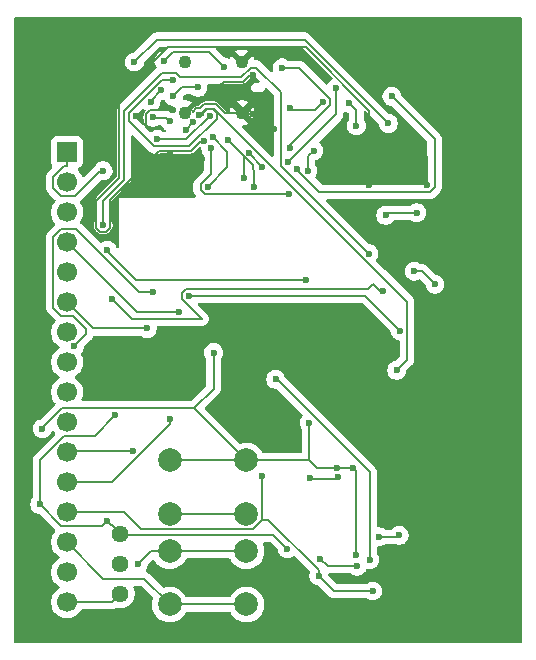
<source format=gbr>
%TF.GenerationSoftware,KiCad,Pcbnew,9.0.2*%
%TF.CreationDate,2025-06-10T14:23:58-07:00*%
%TF.ProjectId,LockerHacks Remake,4c6f636b-6572-4486-9163-6b732052656d,rev?*%
%TF.SameCoordinates,Original*%
%TF.FileFunction,Copper,L2,Bot*%
%TF.FilePolarity,Positive*%
%FSLAX46Y46*%
G04 Gerber Fmt 4.6, Leading zero omitted, Abs format (unit mm)*
G04 Created by KiCad (PCBNEW 9.0.2) date 2025-06-10 14:23:58*
%MOMM*%
%LPD*%
G01*
G04 APERTURE LIST*
%TA.AperFunction,HeatsinkPad*%
%ADD10C,1.100000*%
%TD*%
%TA.AperFunction,ComponentPad*%
%ADD11C,2.000000*%
%TD*%
%TA.AperFunction,ComponentPad*%
%ADD12C,1.440000*%
%TD*%
%TA.AperFunction,ComponentPad*%
%ADD13R,1.700000X1.700000*%
%TD*%
%TA.AperFunction,ComponentPad*%
%ADD14C,1.700000*%
%TD*%
%TA.AperFunction,ViaPad*%
%ADD15C,0.600000*%
%TD*%
%TA.AperFunction,Conductor*%
%ADD16C,0.200000*%
%TD*%
G04 APERTURE END LIST*
D10*
%TO.P,J1,S1,SHIELD*%
%TO.N,GND*%
X117600000Y-67000000D03*
X117600000Y-62700000D03*
X112800000Y-67000000D03*
X112800000Y-62700000D03*
%TD*%
D11*
%TO.P,SW2,1,1*%
%TO.N,Net-(J2-LEDK)*%
X111485000Y-96430000D03*
X117985000Y-96430000D03*
%TO.P,SW2,2,2*%
%TO.N,Net-(U1-IO0)*%
X111485000Y-100930000D03*
X117985000Y-100930000D03*
%TD*%
%TO.P,SW1,1,1*%
%TO.N,Net-(U1-EN)*%
X111485000Y-104130000D03*
X117985000Y-104130000D03*
%TO.P,SW1,2,2*%
%TO.N,Net-(J2-DB7)*%
X111485000Y-108630000D03*
X117985000Y-108630000D03*
%TD*%
D12*
%TO.P,RV1,1,1*%
%TO.N,Net-(J2-VDD)*%
X107300000Y-102620000D03*
%TO.P,RV1,2,2*%
%TO.N,Net-(J2-VO)*%
X107300000Y-105160000D03*
%TO.P,RV1,3,3*%
%TO.N,Net-(J2-LEDK)*%
X107300000Y-107700000D03*
%TD*%
D13*
%TO.P,J2,1,VSS*%
%TO.N,+3V3*%
X102800000Y-70335000D03*
D14*
%TO.P,J2,2,VDD*%
%TO.N,Net-(J2-VDD)*%
X102800000Y-72875000D03*
%TO.P,J2,3,VO*%
%TO.N,Net-(J2-VO)*%
X102800000Y-75415000D03*
%TO.P,J2,4,RS*%
%TO.N,Net-(J2-RS)*%
X102800000Y-77955000D03*
%TO.P,J2,5,R/W*%
%TO.N,Net-(J2-LEDK)*%
X102800000Y-80495000D03*
%TO.P,J2,6,E*%
%TO.N,Net-(J2-E)*%
X102800000Y-83035000D03*
%TO.P,J2,7,DB0*%
%TO.N,unconnected-(J2-DB0-Pad7)*%
X102800000Y-85575000D03*
%TO.P,J2,8,DB1*%
%TO.N,unconnected-(J2-DB1-Pad8)*%
X102800000Y-88115000D03*
%TO.P,J2,9,DB2*%
%TO.N,unconnected-(J2-DB2-Pad9)*%
X102800000Y-90655000D03*
%TO.P,J2,10,DB3*%
%TO.N,unconnected-(J2-DB3-Pad10)*%
X102800000Y-93195000D03*
%TO.P,J2,11,DB4*%
%TO.N,Net-(J2-DB4)*%
X102800000Y-95735000D03*
%TO.P,J2,12,DB5*%
%TO.N,Net-(J2-DB5)*%
X102800000Y-98275000D03*
%TO.P,J2,13,DB6*%
%TO.N,Net-(J2-DB6)*%
X102800000Y-100815000D03*
%TO.P,J2,14,DB7*%
%TO.N,Net-(J2-DB7)*%
X102800000Y-103355000D03*
%TO.P,J2,15,LEDA*%
%TO.N,Net-(J2-LEDA)*%
X102800000Y-105895000D03*
%TO.P,J2,16,LEDK*%
%TO.N,Net-(J2-LEDK)*%
X102800000Y-108435000D03*
%TD*%
D15*
%TO.N,Net-(J1-CC2)*%
X119300000Y-71600000D03*
X130300000Y-65600000D03*
X122300000Y-71800000D03*
X117800000Y-72500000D03*
X118159653Y-70440347D03*
%TO.N,GND*%
X105800000Y-65200000D03*
%TO.N,Net-(U4-UD+)*%
X114962700Y-70009571D03*
X123700000Y-70200000D03*
X121559653Y-73840347D03*
X123200000Y-71900000D03*
X121000000Y-63200000D03*
X121700000Y-70000000D03*
%TO.N,/+5V_USB*%
X111799998Y-65600000D03*
X113886183Y-64850000D03*
X108500000Y-62700000D03*
X109900000Y-66100000D03*
X110768657Y-65112055D03*
X127300000Y-68100000D03*
X130000000Y-67900000D03*
X126700000Y-66200700D03*
X124500000Y-66100000D03*
X121700000Y-66600000D03*
X115120657Y-69033128D03*
X113483740Y-67811130D03*
X112847435Y-68420936D03*
X114700000Y-73300000D03*
%TO.N,GND*%
X113100000Y-71900000D03*
X114420936Y-69420936D03*
%TO.N,Net-(J2-LEDK)*%
X110100000Y-82200000D03*
X103404700Y-86781998D03*
%TO.N,Net-(U2-SDA)*%
X125730000Y-97855167D03*
X123400000Y-97900000D03*
%TO.N,GND*%
X111500000Y-70451814D03*
X114200000Y-70900000D03*
%TO.N,/CH340_RTS*%
X106602589Y-82771615D03*
X129559100Y-82100000D03*
X132200000Y-80400000D03*
%TO.N,Net-(J2-LEDK)*%
X115200000Y-87300000D03*
%TO.N,+3V3*%
X128358183Y-78941817D03*
X105849600Y-76500000D03*
%TO.N,GND*%
X128400000Y-73100000D03*
X118581085Y-63771646D03*
X118557994Y-67121998D03*
X118800000Y-66200000D03*
%TO.N,Net-(J1-CC2)*%
X118600000Y-73300000D03*
X116400000Y-69300000D03*
%TO.N,GND*%
X120300000Y-68400000D03*
%TO.N,Net-(U4-UD-)*%
X116046528Y-63090001D03*
X111000000Y-62600000D03*
X111799998Y-64200000D03*
X130700000Y-88800000D03*
X114000000Y-67200000D03*
%TO.N,Net-(U4-UD+)*%
X110446006Y-69250814D03*
X114900000Y-67243400D03*
%TO.N,GND*%
X111800000Y-66801700D03*
%TO.N,/+5V_USB*%
X132400000Y-75450000D03*
X129775735Y-75675735D03*
%TO.N,Net-(J2-VDD)*%
X125600000Y-64900000D03*
%TO.N,/+5V_USB*%
X111511241Y-67730598D03*
X110053800Y-67387900D03*
%TO.N,Net-(U1-IO0)*%
X113099300Y-82492500D03*
X131000000Y-85455400D03*
%TO.N,/CH340_RTS*%
X133948600Y-81520100D03*
%TO.N,GND*%
X133313400Y-73073200D03*
X108632700Y-67230400D03*
X123911200Y-88011000D03*
X117660200Y-87385600D03*
%TO.N,Net-(U1-IO34)*%
X120460500Y-89572500D03*
X128412300Y-104825900D03*
%TO.N,Net-(U1-EN)*%
X108835300Y-105219600D03*
X106200000Y-78628600D03*
X123020100Y-81130400D03*
%TO.N,Net-(U3-SDI)*%
X124246700Y-104764300D03*
X127360200Y-105381900D03*
%TO.N,Net-(U3-SCK)*%
X129177500Y-102887800D03*
X130913100Y-102770700D03*
%TO.N,Net-(J2-DB6)*%
X119293400Y-97756800D03*
X124116900Y-106215000D03*
X128663000Y-107488500D03*
%TO.N,Net-(J2-RS)*%
X112310000Y-83837000D03*
%TO.N,+3V3*%
X105847900Y-71911600D03*
%TO.N,Net-(J2-E)*%
X109585800Y-85257000D03*
%TO.N,Net-(J2-DB4)*%
X108401100Y-95609200D03*
%TO.N,Net-(J2-DB5)*%
X111510800Y-92931600D03*
%TO.N,Net-(J2-VDD)*%
X106173200Y-101566900D03*
X121458500Y-103928700D03*
X100491800Y-100145300D03*
X121523300Y-71187700D03*
X106877400Y-92608200D03*
%TO.N,Net-(J2-LEDK)*%
X123310600Y-93239600D03*
X100712400Y-93747200D03*
X127007700Y-97058900D03*
X127300200Y-104413800D03*
X125652800Y-97058900D03*
%TD*%
D16*
%TO.N,GND*%
X118111996Y-67121998D02*
X116832327Y-65842329D01*
X116047943Y-64352057D02*
X117717831Y-64352057D01*
X118557994Y-67121998D02*
X118111996Y-67121998D01*
X116832327Y-65842329D02*
X116832327Y-65732327D01*
X116832327Y-65732327D02*
X115750000Y-64650000D01*
X115750000Y-64650000D02*
X116047943Y-64352057D01*
X117717831Y-64352057D02*
X118298242Y-63771646D01*
X118298242Y-63771646D02*
X118581085Y-63771646D01*
%TO.N,Net-(J1-CC2)*%
X133914400Y-69214400D02*
X133914400Y-73322143D01*
X117800000Y-70700000D02*
X116400000Y-69300000D01*
X130300000Y-65600000D02*
X133914400Y-69214400D01*
X133535543Y-73701000D02*
X124151057Y-73701000D01*
X122300000Y-71849943D02*
X122300000Y-71800000D01*
X119300000Y-71580694D02*
X118159653Y-70440347D01*
X124151057Y-73701000D02*
X122300000Y-71849943D01*
X119300000Y-71600000D02*
X119300000Y-71580694D01*
X133914400Y-73322143D02*
X133535543Y-73701000D01*
X117800000Y-72500000D02*
X117800000Y-70700000D01*
%TO.N,GND*%
X105800000Y-65200000D02*
X106909343Y-65200000D01*
X106909343Y-65200000D02*
X107229700Y-65520357D01*
%TO.N,Net-(U4-UD+)*%
X121700000Y-69700000D02*
X123000000Y-68400000D01*
X123000000Y-68400000D02*
X123049943Y-68400000D01*
X123049943Y-68400000D02*
X125101000Y-66348943D01*
X121499000Y-73901000D02*
X121559653Y-73840347D01*
X114962700Y-72187357D02*
X114099000Y-73051057D01*
X114451057Y-73901000D02*
X121499000Y-73901000D01*
X123200000Y-71900000D02*
X123200000Y-70700000D01*
X114962700Y-70009571D02*
X114962700Y-72187357D01*
X114099000Y-73548943D02*
X114451057Y-73901000D01*
X123200000Y-70700000D02*
X123700000Y-70200000D01*
X121700000Y-70000000D02*
X121700000Y-69700000D01*
X114099000Y-73051057D02*
X114099000Y-73548943D01*
X122449943Y-63200000D02*
X121000000Y-63200000D01*
X125101000Y-66348943D02*
X125101000Y-65851057D01*
X125101000Y-65851057D02*
X122449943Y-63200000D01*
%TO.N,/+5V_USB*%
X116375737Y-70288208D02*
X116375737Y-71624263D01*
X115120657Y-69033128D02*
X116375737Y-70288208D01*
X116375737Y-71624263D02*
X114700000Y-73300000D01*
%TO.N,GND*%
X114139507Y-69420936D02*
X113307629Y-70252814D01*
X114420936Y-69420936D02*
X114139507Y-69420936D01*
X110598063Y-70252814D02*
X106450600Y-74400277D01*
X113307629Y-70252814D02*
X110598063Y-70252814D01*
X106450600Y-74400277D02*
X107850877Y-73000000D01*
X107850877Y-73000000D02*
X109900000Y-73000000D01*
X109900000Y-73000000D02*
X111200000Y-71700000D01*
X112900000Y-71700000D02*
X113100000Y-71900000D01*
X111200000Y-71700000D02*
X112900000Y-71700000D01*
%TO.N,/+5V_USB*%
X113886183Y-64850000D02*
X112549998Y-64850000D01*
X112549998Y-64850000D02*
X111799998Y-65600000D01*
X109900000Y-66100000D02*
X109900000Y-65980712D01*
X109900000Y-65980712D02*
X110768657Y-65112055D01*
X127300000Y-66800700D02*
X127300000Y-68100000D01*
X126700000Y-66200700D02*
X127300000Y-66800700D01*
X121700000Y-66600000D02*
X121900000Y-66800000D01*
X121900000Y-66800000D02*
X123800000Y-66800000D01*
X123800000Y-66800000D02*
X124500000Y-66100000D01*
X112873934Y-68420936D02*
X113483740Y-67811130D01*
X112847435Y-68420936D02*
X112873934Y-68420936D01*
%TO.N,Net-(J2-LEDK)*%
X108921457Y-82200000D02*
X110100000Y-82200000D01*
X104418002Y-85768696D02*
X104418002Y-85327242D01*
X103404700Y-86781998D02*
X104418002Y-85768696D01*
X104418002Y-85327242D02*
X103276760Y-84186000D01*
X103276760Y-84186000D02*
X102323240Y-84186000D01*
X101649000Y-77478240D02*
X102323240Y-76804000D01*
X102323240Y-76804000D02*
X103525457Y-76804000D01*
X102323240Y-84186000D02*
X101649000Y-83511760D01*
X103525457Y-76804000D02*
X108921457Y-82200000D01*
X101649000Y-83511760D02*
X101649000Y-77478240D01*
%TO.N,Net-(U2-SDA)*%
X123400000Y-97900000D02*
X123500000Y-98000000D01*
X125585167Y-98000000D02*
X125730000Y-97855167D01*
X123500000Y-98000000D02*
X125585167Y-98000000D01*
%TO.N,GND*%
X110701000Y-70451814D02*
X111500000Y-70451814D01*
X106450600Y-74702214D02*
X110701000Y-70451814D01*
X106450600Y-76748943D02*
X106450600Y-74702214D01*
X109950877Y-70900000D02*
X114200000Y-70900000D01*
X105248600Y-76748943D02*
X105600657Y-77101000D01*
X106450600Y-76748943D02*
X106450600Y-74400277D01*
X106098543Y-77101000D02*
X106450600Y-76748943D01*
X107229700Y-65520357D02*
X107229700Y-72486977D01*
X106450600Y-74400277D02*
X109950877Y-70900000D01*
X105600657Y-77101000D02*
X106098543Y-77101000D01*
X107229700Y-72486977D02*
X105248600Y-74468077D01*
X128400000Y-66850057D02*
X122997943Y-61448000D01*
X122997943Y-61448000D02*
X111302057Y-61448000D01*
X105248600Y-74468077D02*
X105248600Y-76748943D01*
X128400000Y-73100000D02*
X128400000Y-66850057D01*
X111302057Y-61448000D02*
X107229700Y-65520357D01*
%TO.N,/CH340_RTS*%
X128700000Y-81500000D02*
X129300000Y-82100000D01*
X129300000Y-82100000D02*
X129559100Y-82100000D01*
X112498300Y-82741443D02*
X112498300Y-82243557D01*
X112498300Y-82243557D02*
X112850357Y-81891500D01*
X114194857Y-84438000D02*
X112498300Y-82741443D01*
X106602589Y-82771615D02*
X108268974Y-84438000D01*
X108268974Y-84438000D02*
X114194857Y-84438000D01*
X128308500Y-81891500D02*
X128700000Y-81500000D01*
X112850357Y-81891500D02*
X128308500Y-81891500D01*
X132200000Y-80400000D02*
X132828500Y-80400000D01*
X132828500Y-80400000D02*
X133948600Y-81520100D01*
%TO.N,Net-(J2-LEDK)*%
X115200000Y-87300000D02*
X115200000Y-90368000D01*
X115200000Y-90368000D02*
X113561500Y-92006500D01*
%TO.N,+3V3*%
X120901000Y-65241618D02*
X120901000Y-71484634D01*
X118830028Y-63170646D02*
X120901000Y-65241618D01*
X117551731Y-63951057D02*
X118332142Y-63170646D01*
X110847057Y-63599000D02*
X112048941Y-63599000D01*
X118332142Y-63170646D02*
X118830028Y-63170646D01*
X112400998Y-63951057D02*
X117551731Y-63951057D01*
X105849600Y-74434177D02*
X107630700Y-72653077D01*
X107630700Y-72653077D02*
X107630700Y-66815357D01*
X112048941Y-63599000D02*
X112400998Y-63951057D01*
X105849600Y-76500000D02*
X105849600Y-74434177D01*
X120901000Y-71484634D02*
X128358183Y-78941817D01*
X107630700Y-66815357D02*
X110847057Y-63599000D01*
%TO.N,GND*%
X128400000Y-71190900D02*
X131090800Y-68500100D01*
X128400000Y-73100000D02*
X128400000Y-71190900D01*
%TO.N,/+5V_USB*%
X110067600Y-67401700D02*
X110053800Y-67387900D01*
X111511241Y-67730598D02*
X111182343Y-67401700D01*
X111182343Y-67401700D02*
X110067600Y-67401700D01*
%TO.N,GND*%
X118000000Y-67000000D02*
X118800000Y-66200000D01*
X117600000Y-67000000D02*
X118000000Y-67000000D01*
%TO.N,Net-(J1-CC2)*%
X116400000Y-69300000D02*
X118500000Y-71400000D01*
X118500000Y-71800000D02*
X118600000Y-71900000D01*
X118500000Y-71400000D02*
X118500000Y-71800000D01*
X118600000Y-71900000D02*
X118600000Y-73300000D01*
%TO.N,GND*%
X117600000Y-67000000D02*
X119000000Y-68400000D01*
X119000000Y-68400000D02*
X120300000Y-68400000D01*
%TO.N,Net-(U4-UD-)*%
X114805527Y-61849000D02*
X116046528Y-63090001D01*
X111751000Y-61849000D02*
X114805527Y-61849000D01*
X111000000Y-62600000D02*
X111751000Y-61849000D01*
X114557600Y-66642400D02*
X115148943Y-66642400D01*
X110813157Y-64200000D02*
X111799998Y-64200000D01*
X115148943Y-66642400D02*
X115501000Y-66994457D01*
X115501000Y-67492343D02*
X113141529Y-69851814D01*
X114000000Y-67200000D02*
X114557600Y-66642400D01*
X115501000Y-66994457D02*
X115501000Y-67492343D01*
X110197063Y-69851814D02*
X108031700Y-67686451D01*
X113141529Y-69851814D02*
X110197063Y-69851814D01*
X108031700Y-67686451D02*
X108031700Y-66981457D01*
X108031700Y-66981457D02*
X110813157Y-64200000D01*
X114000000Y-67200000D02*
X114299000Y-67200000D01*
X115148943Y-66642400D02*
X115210236Y-66703693D01*
X114299000Y-66994457D02*
X114651057Y-66642400D01*
X114651057Y-66642400D02*
X115148943Y-66642400D01*
X114299000Y-67200000D02*
X114299000Y-66994457D01*
X115210236Y-66703693D02*
X115210236Y-66642400D01*
X115210236Y-66642400D02*
X131601000Y-83033164D01*
X131601000Y-83033164D02*
X131601000Y-87899000D01*
X131601000Y-87899000D02*
X130700000Y-88800000D01*
%TO.N,GND*%
X117600000Y-67000000D02*
X116134936Y-67000000D01*
X113456600Y-66893457D02*
X113363843Y-66800700D01*
X116134936Y-67000000D02*
X115376336Y-66241400D01*
X113751057Y-66599000D02*
X113456600Y-66893457D01*
X115376336Y-66241400D02*
X114391500Y-66241400D01*
X114391500Y-66241400D02*
X114033900Y-66599000D01*
X114033900Y-66599000D02*
X113751057Y-66599000D01*
X113363843Y-66800700D02*
X112865957Y-66800700D01*
X112865957Y-66800700D02*
X112733328Y-66933329D01*
%TO.N,Net-(U4-UD+)*%
X112892586Y-69250814D02*
X110446006Y-69250814D01*
X114900000Y-67243400D02*
X112892586Y-69250814D01*
%TO.N,GND*%
X111785200Y-66786900D02*
X111800000Y-66801700D01*
X109804857Y-66786900D02*
X111785200Y-66786900D01*
X109452800Y-67138957D02*
X109804857Y-66786900D01*
X109452800Y-68050500D02*
X109452800Y-67138957D01*
X109902300Y-68500000D02*
X109452800Y-68050500D01*
%TO.N,/+5V_USB*%
X129775735Y-75675735D02*
X130001470Y-75450000D01*
X130001470Y-75450000D02*
X132400000Y-75450000D01*
%TO.N,Net-(J2-VDD)*%
X125600000Y-64900000D02*
X125600000Y-67111000D01*
X125600000Y-67111000D02*
X121523300Y-71187700D01*
%TO.N,Net-(U1-IO0)*%
X117985000Y-100930000D02*
X111485000Y-100930000D01*
X128037100Y-82492500D02*
X131000000Y-85455400D01*
X113099300Y-82492500D02*
X128037100Y-82492500D01*
%TO.N,GND*%
X109902300Y-68500000D02*
X108632700Y-67230400D01*
X118285500Y-88010900D02*
X117660200Y-87385600D01*
X118285500Y-88011000D02*
X118285500Y-88010900D01*
X123911200Y-88011000D02*
X118285500Y-88011000D01*
X133313400Y-70722700D02*
X131090800Y-68500100D01*
X133313400Y-73073200D02*
X133313400Y-70722700D01*
%TO.N,Net-(U1-IO34)*%
X120582500Y-89572500D02*
X120460500Y-89572500D01*
X128412300Y-97402300D02*
X120582500Y-89572500D01*
X128412300Y-104825900D02*
X128412300Y-97402300D01*
%TO.N,Net-(U1-EN)*%
X117985000Y-104130000D02*
X111485000Y-104130000D01*
X109924900Y-104130000D02*
X108835300Y-105219600D01*
X111485000Y-104130000D02*
X109924900Y-104130000D01*
X108618200Y-81130400D02*
X123020100Y-81130400D01*
X106200000Y-78712200D02*
X108618200Y-81130400D01*
X106200000Y-78628600D02*
X106200000Y-78712200D01*
%TO.N,Net-(U3-SDI)*%
X124864300Y-105381900D02*
X127360200Y-105381900D01*
X124246700Y-104764300D02*
X124864300Y-105381900D01*
%TO.N,Net-(U3-SCK)*%
X130796000Y-102887800D02*
X130913100Y-102770700D01*
X129177500Y-102887800D02*
X130796000Y-102887800D01*
%TO.N,Net-(J2-DB7)*%
X117985000Y-108630000D02*
X111485000Y-108630000D01*
X109285600Y-106430600D02*
X111485000Y-108630000D01*
X105875600Y-106430600D02*
X109285600Y-106430600D01*
X102800000Y-103355000D02*
X105875600Y-106430600D01*
%TO.N,Net-(J2-DB6)*%
X119293400Y-101461400D02*
X119302300Y-101470300D01*
X119293400Y-97756800D02*
X119293400Y-101461400D01*
X119851000Y-101470300D02*
X119302300Y-101470300D01*
X124116900Y-105736200D02*
X119851000Y-101470300D01*
X124116900Y-106215000D02*
X124116900Y-105736200D01*
X107597800Y-100815000D02*
X102800000Y-100815000D01*
X109037100Y-102254300D02*
X107597800Y-100815000D01*
X118518300Y-102254300D02*
X109037100Y-102254300D01*
X119302300Y-101470300D02*
X118518300Y-102254300D01*
X125390400Y-107488500D02*
X128663000Y-107488500D01*
X124116900Y-106215000D02*
X125390400Y-107488500D01*
%TO.N,Net-(J2-RS)*%
X108682000Y-83837000D02*
X112310000Y-83837000D01*
X102800000Y-77955000D02*
X108682000Y-83837000D01*
%TO.N,+3V3*%
X102800000Y-70335000D02*
X102800000Y-71486700D01*
X105604500Y-71911600D02*
X105606100Y-71911600D01*
X103489400Y-74026700D02*
X105604500Y-71911600D01*
X102323000Y-74026700D02*
X103489400Y-74026700D01*
X101648300Y-73352000D02*
X102323000Y-74026700D01*
X101648300Y-72398000D02*
X101648300Y-73352000D01*
X102559600Y-71486700D02*
X101648300Y-72398000D01*
X102800000Y-71486700D02*
X102559600Y-71486700D01*
X105606100Y-71911600D02*
X105847900Y-71911600D01*
%TO.N,Net-(J2-E)*%
X105022000Y-85257000D02*
X102800000Y-83035000D01*
X109585800Y-85257000D02*
X105022000Y-85257000D01*
%TO.N,Net-(J2-DB4)*%
X102925800Y-95609200D02*
X102800000Y-95735000D01*
X108401100Y-95609200D02*
X102925800Y-95609200D01*
%TO.N,Net-(J2-DB5)*%
X106586200Y-98275000D02*
X102800000Y-98275000D01*
X111510800Y-93350400D02*
X106586200Y-98275000D01*
X111510800Y-92931600D02*
X111510800Y-93350400D01*
%TO.N,Net-(J2-VDD)*%
X107424900Y-102744900D02*
X107300000Y-102620000D01*
X120274700Y-102744900D02*
X107424900Y-102744900D01*
X121458500Y-103928700D02*
X120274700Y-102744900D01*
X106504900Y-101898600D02*
X106173200Y-101566900D01*
X106578700Y-101898600D02*
X106504900Y-101898600D01*
X106578700Y-101898700D02*
X106578700Y-101898600D01*
X107300000Y-102620000D02*
X106578700Y-101898700D01*
X102314300Y-101967800D02*
X100491800Y-100145300D01*
X105772300Y-101967800D02*
X102314300Y-101967800D01*
X106173200Y-101566900D02*
X105772300Y-101967800D01*
X100491800Y-96397900D02*
X100491800Y-100145300D01*
X102543000Y-94346700D02*
X100491800Y-96397900D01*
X105138900Y-94346700D02*
X102543000Y-94346700D01*
X106877400Y-92608200D02*
X105138900Y-94346700D01*
%TO.N,Net-(J2-LEDK)*%
X106565000Y-108435000D02*
X102800000Y-108435000D01*
X107300000Y-107700000D02*
X106565000Y-108435000D01*
X117985000Y-96430000D02*
X111485000Y-96430000D01*
X127300200Y-97351400D02*
X127007700Y-97058900D01*
X127300200Y-104413800D02*
X127300200Y-97351400D01*
X123310600Y-96430000D02*
X123310600Y-93239600D01*
X123310600Y-96430000D02*
X117985000Y-96430000D01*
X100712400Y-93650600D02*
X100712400Y-93747200D01*
X102356500Y-92006500D02*
X100712400Y-93650600D01*
X113561500Y-92006500D02*
X102356500Y-92006500D01*
X117985000Y-96430000D02*
X113561500Y-92006500D01*
X127007700Y-97058900D02*
X125652800Y-97058900D01*
X123939500Y-97058900D02*
X123310600Y-96430000D01*
X125652800Y-97058900D02*
X123939500Y-97058900D01*
%TO.N,/+5V_USB*%
X114100000Y-60800000D02*
X110400000Y-60800000D01*
X130000000Y-67882957D02*
X122917043Y-60800000D01*
X130000000Y-67900000D02*
X130000000Y-67882957D01*
X122917043Y-60800000D02*
X114100000Y-60800000D01*
X110400000Y-60800000D02*
X108500000Y-62700000D01*
%TD*%
%TA.AperFunction,Conductor*%
%TO.N,GND*%
G36*
X108436403Y-68940835D02*
G01*
X108442879Y-68946865D01*
X109828347Y-70332334D01*
X109828349Y-70332335D01*
X109828353Y-70332338D01*
X109965272Y-70411387D01*
X109965275Y-70411389D01*
X109965279Y-70411391D01*
X110118006Y-70452315D01*
X110118008Y-70452315D01*
X110283717Y-70452315D01*
X110283733Y-70452314D01*
X113054860Y-70452314D01*
X113054876Y-70452315D01*
X113062472Y-70452315D01*
X113220583Y-70452315D01*
X113220586Y-70452315D01*
X113373314Y-70411391D01*
X113434131Y-70376278D01*
X113510245Y-70332334D01*
X113622049Y-70220530D01*
X113622049Y-70220528D01*
X113632253Y-70210325D01*
X113632257Y-70210320D01*
X113950519Y-69892058D01*
X114011842Y-69858573D01*
X114081534Y-69863557D01*
X114137467Y-69905429D01*
X114161884Y-69970893D01*
X114162200Y-69979739D01*
X114162200Y-70088417D01*
X114192961Y-70243060D01*
X114192964Y-70243072D01*
X114253302Y-70388743D01*
X114253309Y-70388756D01*
X114341302Y-70520445D01*
X114362180Y-70587122D01*
X114362200Y-70589336D01*
X114362200Y-71887259D01*
X114342515Y-71954298D01*
X114325881Y-71974940D01*
X113618481Y-72682339D01*
X113618479Y-72682342D01*
X113581189Y-72746932D01*
X113581188Y-72746934D01*
X113539423Y-72819271D01*
X113539423Y-72819272D01*
X113498499Y-72972000D01*
X113498499Y-72972002D01*
X113498499Y-73140103D01*
X113498500Y-73140116D01*
X113498500Y-73462273D01*
X113498499Y-73462291D01*
X113498499Y-73627997D01*
X113498498Y-73627997D01*
X113523343Y-73720717D01*
X113539423Y-73780728D01*
X113553596Y-73805276D01*
X113618480Y-73917659D01*
X113671554Y-73970733D01*
X113677617Y-73979285D01*
X113685704Y-74002811D01*
X113697625Y-74024642D01*
X113696864Y-74035275D01*
X113700331Y-74045359D01*
X113694415Y-74069521D01*
X113692641Y-74094334D01*
X113686251Y-74102869D01*
X113683716Y-74113225D01*
X113665676Y-74130353D01*
X113650769Y-74150267D01*
X113640779Y-74153992D01*
X113633048Y-74161334D01*
X113608612Y-74165990D01*
X113585305Y-74174684D01*
X113576459Y-74175000D01*
X107257374Y-74175000D01*
X107190335Y-74155315D01*
X107144580Y-74102511D01*
X107134636Y-74033353D01*
X107163661Y-73969797D01*
X107169693Y-73963319D01*
X107215353Y-73917659D01*
X108111220Y-73021793D01*
X108190277Y-72884861D01*
X108231201Y-72732134D01*
X108231201Y-72574019D01*
X108231201Y-72566424D01*
X108231200Y-72566406D01*
X108231200Y-69034548D01*
X108250885Y-68967509D01*
X108303689Y-68921754D01*
X108372847Y-68911810D01*
X108436403Y-68940835D01*
G37*
%TD.AperFunction*%
%TA.AperFunction,Conductor*%
G36*
X118624418Y-63830117D02*
G01*
X118668765Y-63858618D01*
X119057966Y-64247819D01*
X119091451Y-64309142D01*
X119086467Y-64378834D01*
X119044595Y-64434767D01*
X118979131Y-64459184D01*
X118970285Y-64459500D01*
X118688590Y-64459500D01*
X118589272Y-64486112D01*
X118589269Y-64486113D01*
X118500230Y-64537519D01*
X118500225Y-64537523D01*
X118427523Y-64610225D01*
X118427519Y-64610230D01*
X118376113Y-64699269D01*
X118376112Y-64699272D01*
X118349500Y-64798590D01*
X118349500Y-64901410D01*
X118370079Y-64978210D01*
X118376112Y-65000727D01*
X118376113Y-65000730D01*
X118427519Y-65089769D01*
X118427521Y-65089772D01*
X118427522Y-65089773D01*
X118500227Y-65162478D01*
X118500228Y-65162479D01*
X118500230Y-65162480D01*
X118500372Y-65162562D01*
X118589272Y-65213888D01*
X118688590Y-65240500D01*
X118688592Y-65240500D01*
X119211408Y-65240500D01*
X119211410Y-65240500D01*
X119310728Y-65213888D01*
X119399773Y-65162478D01*
X119472478Y-65089773D01*
X119523888Y-65000728D01*
X119528947Y-64981844D01*
X119565310Y-64922185D01*
X119628156Y-64891654D01*
X119697532Y-64899948D01*
X119736403Y-64926256D01*
X120264181Y-65454034D01*
X120297666Y-65515357D01*
X120300500Y-65541715D01*
X120300500Y-70584066D01*
X120280815Y-70651105D01*
X120228011Y-70696860D01*
X120158853Y-70706804D01*
X120095297Y-70677779D01*
X120088819Y-70671747D01*
X118880207Y-69463135D01*
X117670322Y-68253251D01*
X117636838Y-68191929D01*
X117641822Y-68122237D01*
X117683694Y-68066304D01*
X117733814Y-68043953D01*
X117906274Y-68009649D01*
X118097366Y-67930495D01*
X118145066Y-67898621D01*
X118145067Y-67898620D01*
X117596446Y-67350000D01*
X117646078Y-67350000D01*
X117735095Y-67326148D01*
X117814905Y-67280070D01*
X117880070Y-67214905D01*
X117926148Y-67135095D01*
X117950000Y-67046078D01*
X117950000Y-66999999D01*
X117953554Y-66999999D01*
X117953554Y-67000001D01*
X118498620Y-67545067D01*
X118498621Y-67545066D01*
X118530495Y-67497366D01*
X118609649Y-67306274D01*
X118609651Y-67306266D01*
X118649999Y-67103420D01*
X118650000Y-67103417D01*
X118650000Y-66896583D01*
X118649999Y-66896579D01*
X118609651Y-66693733D01*
X118609649Y-66693725D01*
X118530498Y-66502639D01*
X118530495Y-66502633D01*
X118498621Y-66454932D01*
X118498620Y-66454931D01*
X117953554Y-66999999D01*
X117950000Y-66999999D01*
X117950000Y-66953922D01*
X117926148Y-66864905D01*
X117880070Y-66785095D01*
X117814905Y-66719930D01*
X117735095Y-66673852D01*
X117646078Y-66650000D01*
X117553922Y-66650000D01*
X117464905Y-66673852D01*
X117385095Y-66719930D01*
X117319930Y-66785095D01*
X117273852Y-66864905D01*
X117250000Y-66953922D01*
X117250000Y-67003554D01*
X116701378Y-66454932D01*
X116701377Y-66454932D01*
X116669505Y-66502631D01*
X116669500Y-66502641D01*
X116590350Y-66693725D01*
X116590348Y-66693733D01*
X116556045Y-66866186D01*
X116523660Y-66928097D01*
X116462945Y-66962671D01*
X116393175Y-66958932D01*
X116346747Y-66929676D01*
X115697825Y-66280754D01*
X115690756Y-66273685D01*
X115690756Y-66273684D01*
X115578952Y-66161880D01*
X115480910Y-66105276D01*
X115480909Y-66105275D01*
X115474157Y-66101377D01*
X117054932Y-66101377D01*
X117054932Y-66101378D01*
X117600000Y-66646446D01*
X117600001Y-66646446D01*
X118145067Y-66101378D01*
X118145067Y-66101377D01*
X118097359Y-66069500D01*
X117906274Y-65990350D01*
X117906266Y-65990348D01*
X117703420Y-65950000D01*
X117496579Y-65950000D01*
X117293733Y-65990348D01*
X117293725Y-65990350D01*
X117102641Y-66069500D01*
X117102631Y-66069505D01*
X117054932Y-66101377D01*
X115474157Y-66101377D01*
X115446379Y-66085339D01*
X115442021Y-66082823D01*
X115442020Y-66082822D01*
X115442019Y-66082822D01*
X115386117Y-66067843D01*
X115289293Y-66041899D01*
X115228000Y-66041899D01*
X115069886Y-66041899D01*
X115062290Y-66041899D01*
X115062274Y-66041900D01*
X114730119Y-66041900D01*
X114730115Y-66041899D01*
X114572000Y-66041899D01*
X114571996Y-66041900D01*
X114478540Y-66041900D01*
X114437619Y-66052864D01*
X114437619Y-66052865D01*
X114421874Y-66057084D01*
X114325814Y-66082823D01*
X114325809Y-66082826D01*
X114188890Y-66161875D01*
X114188882Y-66161881D01*
X114077080Y-66273683D01*
X114077080Y-66273684D01*
X114077078Y-66273686D01*
X114024023Y-66326740D01*
X113985337Y-66365427D01*
X113924013Y-66398911D01*
X113921848Y-66399362D01*
X113766504Y-66430262D01*
X113766498Y-66430264D01*
X113734035Y-66443709D01*
X113734036Y-66443710D01*
X113669950Y-66470254D01*
X113669949Y-66470256D01*
X113620821Y-66490606D01*
X113620814Y-66490609D01*
X113489711Y-66578210D01*
X113489707Y-66578213D01*
X113378213Y-66689707D01*
X113378210Y-66689711D01*
X113290609Y-66820814D01*
X113290606Y-66820821D01*
X113270256Y-66869949D01*
X113243376Y-66910176D01*
X113150000Y-67003552D01*
X113150000Y-66953922D01*
X113126148Y-66864905D01*
X113080070Y-66785095D01*
X113014905Y-66719930D01*
X112935095Y-66673852D01*
X112846078Y-66650000D01*
X112796444Y-66650000D01*
X113345067Y-66101377D01*
X113297359Y-66069500D01*
X113106274Y-65990350D01*
X113106266Y-65990348D01*
X112903420Y-65950000D01*
X112697656Y-65950000D01*
X112677442Y-65944064D01*
X112656403Y-65942937D01*
X112644588Y-65934417D01*
X112630617Y-65930315D01*
X112616823Y-65914396D01*
X112599731Y-65902071D01*
X112594397Y-65888515D01*
X112584862Y-65877511D01*
X112581863Y-65856658D01*
X112574150Y-65837053D01*
X112575479Y-65812255D01*
X112574918Y-65808353D01*
X112576039Y-65801809D01*
X112600636Y-65678150D01*
X112633021Y-65616239D01*
X112634465Y-65614767D01*
X112762416Y-65486816D01*
X112823737Y-65453334D01*
X112850095Y-65450500D01*
X113306417Y-65450500D01*
X113373456Y-65470185D01*
X113375308Y-65471398D01*
X113506997Y-65559390D01*
X113507010Y-65559397D01*
X113644241Y-65616239D01*
X113652686Y-65619737D01*
X113798468Y-65648735D01*
X113807336Y-65650499D01*
X113807339Y-65650500D01*
X113807341Y-65650500D01*
X113965027Y-65650500D01*
X113965028Y-65650499D01*
X114119680Y-65619737D01*
X114265362Y-65559394D01*
X114396472Y-65471789D01*
X114507972Y-65360289D01*
X114595577Y-65229179D01*
X114599037Y-65220827D01*
X114653346Y-65089711D01*
X114655920Y-65083497D01*
X114686683Y-64928842D01*
X114686683Y-64771158D01*
X114686683Y-64771155D01*
X114672479Y-64699749D01*
X114678706Y-64630157D01*
X114721569Y-64574980D01*
X114787458Y-64551735D01*
X114794096Y-64551557D01*
X117465062Y-64551557D01*
X117465078Y-64551558D01*
X117472674Y-64551558D01*
X117630785Y-64551558D01*
X117630788Y-64551558D01*
X117783516Y-64510634D01*
X117834351Y-64481284D01*
X117920447Y-64431577D01*
X118032251Y-64319773D01*
X118032251Y-64319771D01*
X118042455Y-64309568D01*
X118042458Y-64309563D01*
X118493407Y-63858615D01*
X118554726Y-63825133D01*
X118624418Y-63830117D01*
G37*
%TD.AperFunction*%
%TA.AperFunction,Conductor*%
G36*
X110741472Y-68021885D02*
G01*
X110787227Y-68074689D01*
X110788994Y-68078748D01*
X110801843Y-68109770D01*
X110801850Y-68109783D01*
X110889451Y-68240886D01*
X110889454Y-68240890D01*
X111000948Y-68352384D01*
X111000952Y-68352387D01*
X111106948Y-68423212D01*
X111128695Y-68449233D01*
X111150851Y-68474803D01*
X111151014Y-68475940D01*
X111151753Y-68476824D01*
X111155974Y-68510436D01*
X111160795Y-68543961D01*
X111160316Y-68545008D01*
X111160460Y-68546149D01*
X111145851Y-68576682D01*
X111131770Y-68607517D01*
X111130801Y-68608139D01*
X111130305Y-68609177D01*
X111101492Y-68626974D01*
X111072992Y-68645291D01*
X111071492Y-68645506D01*
X111070862Y-68645896D01*
X111038057Y-68650314D01*
X111025772Y-68650314D01*
X110958733Y-68630629D01*
X110956881Y-68629416D01*
X110825191Y-68541423D01*
X110825178Y-68541416D01*
X110679507Y-68481078D01*
X110679495Y-68481075D01*
X110524851Y-68450314D01*
X110524848Y-68450314D01*
X110367164Y-68450314D01*
X110367161Y-68450314D01*
X110212516Y-68481075D01*
X110212504Y-68481078D01*
X110066833Y-68541416D01*
X110066820Y-68541423D01*
X109953067Y-68617431D01*
X109886389Y-68638309D01*
X109819009Y-68619824D01*
X109796495Y-68602010D01*
X109411103Y-68216618D01*
X109377618Y-68155295D01*
X109382602Y-68085603D01*
X109424474Y-68029670D01*
X109489938Y-68005253D01*
X109558211Y-68020105D01*
X109567675Y-68025835D01*
X109674614Y-68097290D01*
X109674627Y-68097297D01*
X109801064Y-68149668D01*
X109820303Y-68157637D01*
X109974953Y-68188399D01*
X109974956Y-68188400D01*
X109974958Y-68188400D01*
X110132644Y-68188400D01*
X110132645Y-68188399D01*
X110287297Y-68157637D01*
X110432979Y-68097294D01*
X110479892Y-68065948D01*
X110544022Y-68023098D01*
X110562068Y-68017447D01*
X110577978Y-68007223D01*
X110608939Y-68002771D01*
X110610700Y-68002220D01*
X110612913Y-68002200D01*
X110674433Y-68002200D01*
X110741472Y-68021885D01*
G37*
%TD.AperFunction*%
%TA.AperFunction,Conductor*%
G36*
X109280572Y-66654417D02*
G01*
X109308489Y-66656414D01*
X109315815Y-66661122D01*
X109321714Y-66662245D01*
X109350512Y-66682650D01*
X109351687Y-66683765D01*
X109389711Y-66721789D01*
X109396622Y-66726406D01*
X109404297Y-66733690D01*
X109439376Y-66794115D01*
X109436217Y-66863913D01*
X109422043Y-66892526D01*
X109344412Y-67008709D01*
X109344402Y-67008727D01*
X109284064Y-67154398D01*
X109284061Y-67154410D01*
X109253300Y-67309053D01*
X109253300Y-67466746D01*
X109284061Y-67621389D01*
X109284064Y-67621401D01*
X109344402Y-67767072D01*
X109344409Y-67767085D01*
X109415864Y-67874024D01*
X109436742Y-67940701D01*
X109418258Y-68008082D01*
X109366279Y-68054772D01*
X109297309Y-68065948D01*
X109233245Y-68038063D01*
X109225081Y-68030596D01*
X108668519Y-67474034D01*
X108635034Y-67412711D01*
X108632200Y-67386353D01*
X108632200Y-67281553D01*
X108651885Y-67214514D01*
X108668515Y-67193876D01*
X109177477Y-66684913D01*
X109183983Y-66681361D01*
X109188272Y-66675308D01*
X109214235Y-66664842D01*
X109238798Y-66651430D01*
X109246195Y-66651959D01*
X109253075Y-66649186D01*
X109280572Y-66654417D01*
G37*
%TD.AperFunction*%
%TA.AperFunction,Conductor*%
G36*
X111016386Y-65899031D02*
G01*
X111071563Y-65941894D01*
X111085546Y-65966969D01*
X111090600Y-65979172D01*
X111090607Y-65979185D01*
X111178208Y-66110288D01*
X111178211Y-66110292D01*
X111289705Y-66221786D01*
X111289709Y-66221789D01*
X111420812Y-66309390D01*
X111420825Y-66309397D01*
X111566496Y-66369735D01*
X111566501Y-66369737D01*
X111713168Y-66398911D01*
X111721151Y-66400499D01*
X111721154Y-66400500D01*
X111726229Y-66400500D01*
X111793268Y-66420185D01*
X111839023Y-66472989D01*
X111848967Y-66542147D01*
X111840790Y-66571953D01*
X111790350Y-66693725D01*
X111790348Y-66693733D01*
X111761691Y-66837803D01*
X111758050Y-66844761D01*
X111757781Y-66852613D01*
X111742085Y-66875283D01*
X111729306Y-66899714D01*
X111722480Y-66903600D01*
X111718009Y-66910059D01*
X111692549Y-66920645D01*
X111668591Y-66934288D01*
X111659111Y-66934548D01*
X111653494Y-66936884D01*
X111622955Y-66935540D01*
X111618221Y-66935671D01*
X111617011Y-66935454D01*
X111590083Y-66930098D01*
X111587093Y-66930098D01*
X111578609Y-66928579D01*
X111568630Y-66923600D01*
X111538463Y-66913908D01*
X111452402Y-66864221D01*
X111452401Y-66864220D01*
X111414126Y-66842122D01*
X111358224Y-66827143D01*
X111261400Y-66801199D01*
X111103286Y-66801199D01*
X111095690Y-66801199D01*
X111095674Y-66801200D01*
X110650541Y-66801200D01*
X110626578Y-66794163D01*
X110601780Y-66791210D01*
X110590475Y-66783562D01*
X110583502Y-66781515D01*
X110571635Y-66772855D01*
X110567054Y-66769076D01*
X110564089Y-66766111D01*
X110560775Y-66763897D01*
X110555952Y-66759918D01*
X110539714Y-66735950D01*
X110521157Y-66713740D01*
X110520358Y-66707380D01*
X110516763Y-66702073D01*
X110516061Y-66673133D01*
X110512457Y-66644414D01*
X110515195Y-66637454D01*
X110515069Y-66632224D01*
X110521246Y-66622078D01*
X110531756Y-66595372D01*
X110609394Y-66479179D01*
X110669737Y-66333497D01*
X110700500Y-66178842D01*
X110700500Y-66080810D01*
X110709143Y-66051373D01*
X110715667Y-66021384D01*
X110719422Y-66016367D01*
X110720185Y-66013771D01*
X110736818Y-65993130D01*
X110759748Y-65970198D01*
X110783319Y-65946628D01*
X110844641Y-65913143D01*
X110846809Y-65912692D01*
X110847498Y-65912555D01*
X110847499Y-65912555D01*
X110915488Y-65899031D01*
X110946794Y-65892804D01*
X111016386Y-65899031D01*
G37*
%TD.AperFunction*%
%TA.AperFunction,Conductor*%
G36*
X122683985Y-61420185D02*
G01*
X122704627Y-61436819D01*
X125257600Y-63989792D01*
X125291085Y-64051115D01*
X125286101Y-64120807D01*
X125244229Y-64176740D01*
X125225895Y-64187182D01*
X125226191Y-64187736D01*
X125220814Y-64190609D01*
X125089711Y-64278210D01*
X125089707Y-64278213D01*
X124978213Y-64389707D01*
X124978210Y-64389711D01*
X124890609Y-64520814D01*
X124890604Y-64520824D01*
X124882365Y-64540716D01*
X124838524Y-64595119D01*
X124772230Y-64617184D01*
X124704530Y-64599905D01*
X124680123Y-64580944D01*
X122937533Y-62838355D01*
X122937531Y-62838352D01*
X122818660Y-62719481D01*
X122818659Y-62719480D01*
X122731847Y-62669360D01*
X122731847Y-62669359D01*
X122731843Y-62669358D01*
X122681728Y-62640423D01*
X122529000Y-62599499D01*
X122370886Y-62599499D01*
X122363290Y-62599499D01*
X122363274Y-62599500D01*
X121579766Y-62599500D01*
X121512727Y-62579815D01*
X121510875Y-62578602D01*
X121379185Y-62490609D01*
X121379172Y-62490602D01*
X121233501Y-62430264D01*
X121233489Y-62430261D01*
X121078845Y-62399500D01*
X121078842Y-62399500D01*
X120921158Y-62399500D01*
X120921155Y-62399500D01*
X120766510Y-62430261D01*
X120766498Y-62430264D01*
X120620827Y-62490602D01*
X120620814Y-62490609D01*
X120489711Y-62578210D01*
X120489707Y-62578213D01*
X120378213Y-62689707D01*
X120378210Y-62689711D01*
X120290609Y-62820814D01*
X120290602Y-62820827D01*
X120230264Y-62966498D01*
X120230261Y-62966510D01*
X120199500Y-63121153D01*
X120199500Y-63278846D01*
X120222062Y-63392275D01*
X120215835Y-63461867D01*
X120172971Y-63517044D01*
X120107081Y-63540288D01*
X120039085Y-63524220D01*
X120012764Y-63504147D01*
X119317618Y-62809001D01*
X119317616Y-62808998D01*
X119198745Y-62690127D01*
X119198737Y-62690121D01*
X119104876Y-62635931D01*
X119104874Y-62635930D01*
X119061818Y-62611071D01*
X119061817Y-62611070D01*
X119049291Y-62607713D01*
X118909085Y-62570145D01*
X118750971Y-62570145D01*
X118746506Y-62570145D01*
X118679467Y-62550460D01*
X118633712Y-62497656D01*
X118624889Y-62470336D01*
X118609651Y-62393733D01*
X118609648Y-62393723D01*
X118530498Y-62202639D01*
X118530495Y-62202633D01*
X118498621Y-62154931D01*
X118498620Y-62154931D01*
X117966552Y-62687000D01*
X117966551Y-62687001D01*
X117966536Y-62687014D01*
X117966537Y-62687015D01*
X117950000Y-62703551D01*
X117950000Y-62653922D01*
X117926148Y-62564905D01*
X117880070Y-62485095D01*
X117814905Y-62419930D01*
X117735095Y-62373852D01*
X117646078Y-62350000D01*
X117553922Y-62350000D01*
X117464905Y-62373852D01*
X117385095Y-62419930D01*
X117319930Y-62485095D01*
X117273852Y-62564905D01*
X117250000Y-62653922D01*
X117250000Y-62703554D01*
X116701378Y-62154932D01*
X116701377Y-62154932D01*
X116669505Y-62202631D01*
X116669502Y-62202637D01*
X116616737Y-62330022D01*
X116572895Y-62384425D01*
X116506601Y-62406489D01*
X116438902Y-62389209D01*
X116433284Y-62385669D01*
X116425715Y-62380611D01*
X116425700Y-62380603D01*
X116280029Y-62320265D01*
X116280019Y-62320262D01*
X116124677Y-62289362D01*
X116062766Y-62256977D01*
X116061188Y-62255426D01*
X115607139Y-61801377D01*
X117054932Y-61801377D01*
X117054932Y-61801378D01*
X117600000Y-62346446D01*
X117600001Y-62346446D01*
X118145067Y-61801378D01*
X118145067Y-61801377D01*
X118097359Y-61769500D01*
X117906274Y-61690350D01*
X117906266Y-61690348D01*
X117703420Y-61650000D01*
X117496579Y-61650000D01*
X117293733Y-61690348D01*
X117293725Y-61690350D01*
X117102641Y-61769500D01*
X117102631Y-61769505D01*
X117054932Y-61801377D01*
X115607139Y-61801377D01*
X115417943Y-61612181D01*
X115384458Y-61550858D01*
X115389442Y-61481166D01*
X115431314Y-61425233D01*
X115496778Y-61400816D01*
X115505624Y-61400500D01*
X122616946Y-61400500D01*
X122683985Y-61420185D01*
G37*
%TD.AperFunction*%
%TA.AperFunction,Conductor*%
G36*
X141242539Y-58920185D02*
G01*
X141288294Y-58972989D01*
X141299500Y-59024500D01*
X141299500Y-111775500D01*
X141279815Y-111842539D01*
X141227011Y-111888294D01*
X141175500Y-111899500D01*
X98424500Y-111899500D01*
X98357461Y-111879815D01*
X98311706Y-111827011D01*
X98300500Y-111775500D01*
X98300500Y-100066453D01*
X99691300Y-100066453D01*
X99691300Y-100224146D01*
X99722061Y-100378789D01*
X99722064Y-100378801D01*
X99782402Y-100524472D01*
X99782409Y-100524485D01*
X99870010Y-100655588D01*
X99870013Y-100655592D01*
X99981507Y-100767086D01*
X99981511Y-100767089D01*
X100112614Y-100854690D01*
X100112627Y-100854697D01*
X100247888Y-100910723D01*
X100258303Y-100915037D01*
X100320757Y-100927460D01*
X100413649Y-100945938D01*
X100475560Y-100978323D01*
X100477139Y-100979874D01*
X101783503Y-102286238D01*
X101816988Y-102347561D01*
X101812004Y-102417253D01*
X101783506Y-102461598D01*
X101769890Y-102475214D01*
X101644951Y-102647179D01*
X101548444Y-102836585D01*
X101482753Y-103038760D01*
X101474874Y-103088506D01*
X101449500Y-103248713D01*
X101449500Y-103461287D01*
X101457088Y-103509198D01*
X101482753Y-103671239D01*
X101482753Y-103671241D01*
X101482754Y-103671243D01*
X101537749Y-103840500D01*
X101548444Y-103873414D01*
X101644951Y-104062820D01*
X101769890Y-104234786D01*
X101920213Y-104385109D01*
X102092182Y-104510050D01*
X102100946Y-104514516D01*
X102151742Y-104562491D01*
X102168536Y-104630312D01*
X102145998Y-104696447D01*
X102100946Y-104735484D01*
X102092182Y-104739949D01*
X101920213Y-104864890D01*
X101769890Y-105015213D01*
X101644951Y-105187179D01*
X101548444Y-105376585D01*
X101482753Y-105578760D01*
X101449762Y-105787058D01*
X101449500Y-105788713D01*
X101449500Y-106001287D01*
X101450219Y-106005825D01*
X101478398Y-106183744D01*
X101482754Y-106211243D01*
X101509593Y-106293846D01*
X101548444Y-106413414D01*
X101644951Y-106602820D01*
X101769890Y-106774786D01*
X101920213Y-106925109D01*
X102092182Y-107050050D01*
X102100946Y-107054516D01*
X102151742Y-107102491D01*
X102168536Y-107170312D01*
X102145998Y-107236447D01*
X102100946Y-107275484D01*
X102092182Y-107279949D01*
X101920213Y-107404890D01*
X101769890Y-107555213D01*
X101644951Y-107727179D01*
X101548444Y-107916585D01*
X101482753Y-108118760D01*
X101449500Y-108328713D01*
X101449500Y-108541286D01*
X101482255Y-108748097D01*
X101482754Y-108751243D01*
X101537749Y-108920500D01*
X101548444Y-108953414D01*
X101644951Y-109142820D01*
X101769890Y-109314786D01*
X101920213Y-109465109D01*
X102092179Y-109590048D01*
X102092181Y-109590049D01*
X102092184Y-109590051D01*
X102281588Y-109686557D01*
X102483757Y-109752246D01*
X102693713Y-109785500D01*
X102693714Y-109785500D01*
X102906286Y-109785500D01*
X102906287Y-109785500D01*
X103116243Y-109752246D01*
X103318412Y-109686557D01*
X103507816Y-109590051D01*
X103529789Y-109574086D01*
X103679786Y-109465109D01*
X103679788Y-109465106D01*
X103679792Y-109465104D01*
X103830104Y-109314792D01*
X103830106Y-109314788D01*
X103830109Y-109314786D01*
X103909151Y-109205992D01*
X103955051Y-109142816D01*
X103955349Y-109142230D01*
X103975235Y-109103205D01*
X104023209Y-109052409D01*
X104085719Y-109035500D01*
X106478331Y-109035500D01*
X106478347Y-109035501D01*
X106485943Y-109035501D01*
X106644054Y-109035501D01*
X106644057Y-109035501D01*
X106796785Y-108994577D01*
X106846904Y-108965639D01*
X106933716Y-108915520D01*
X106935763Y-108913472D01*
X106945018Y-108908040D01*
X106971757Y-108901348D01*
X106997456Y-108891409D01*
X107009676Y-108891859D01*
X107012798Y-108891078D01*
X107015772Y-108892083D01*
X107027185Y-108892503D01*
X107203945Y-108920500D01*
X107203946Y-108920500D01*
X107396054Y-108920500D01*
X107396055Y-108920500D01*
X107585801Y-108890447D01*
X107768509Y-108831082D01*
X107939681Y-108743865D01*
X108095102Y-108630945D01*
X108230945Y-108495102D01*
X108343865Y-108339681D01*
X108431082Y-108168509D01*
X108490447Y-107985801D01*
X108520500Y-107796055D01*
X108520500Y-107603945D01*
X108490447Y-107414199D01*
X108459653Y-107319426D01*
X108431082Y-107231490D01*
X108420843Y-107211394D01*
X108407947Y-107142725D01*
X108434224Y-107077984D01*
X108491331Y-107037728D01*
X108531328Y-107031100D01*
X108985503Y-107031100D01*
X109052542Y-107050785D01*
X109073184Y-107067419D01*
X110032200Y-108026435D01*
X110065685Y-108087758D01*
X110062450Y-108152433D01*
X110021447Y-108278628D01*
X109984500Y-108511902D01*
X109984500Y-108748097D01*
X110021446Y-108981368D01*
X110094433Y-109205996D01*
X110149865Y-109314786D01*
X110201657Y-109416433D01*
X110340483Y-109607510D01*
X110507490Y-109774517D01*
X110698567Y-109913343D01*
X110797991Y-109964002D01*
X110909003Y-110020566D01*
X110909005Y-110020566D01*
X110909008Y-110020568D01*
X111029412Y-110059689D01*
X111133631Y-110093553D01*
X111366903Y-110130500D01*
X111366908Y-110130500D01*
X111603097Y-110130500D01*
X111836368Y-110093553D01*
X112060992Y-110020568D01*
X112271433Y-109913343D01*
X112462510Y-109774517D01*
X112629517Y-109607510D01*
X112768343Y-109416433D01*
X112828583Y-109298204D01*
X112876558Y-109247409D01*
X112939068Y-109230500D01*
X116530932Y-109230500D01*
X116597971Y-109250185D01*
X116641416Y-109298203D01*
X116701657Y-109416433D01*
X116840483Y-109607510D01*
X117007490Y-109774517D01*
X117198567Y-109913343D01*
X117297991Y-109964002D01*
X117409003Y-110020566D01*
X117409005Y-110020566D01*
X117409008Y-110020568D01*
X117529412Y-110059689D01*
X117633631Y-110093553D01*
X117866903Y-110130500D01*
X117866908Y-110130500D01*
X118103097Y-110130500D01*
X118336368Y-110093553D01*
X118560992Y-110020568D01*
X118771433Y-109913343D01*
X118962510Y-109774517D01*
X119129517Y-109607510D01*
X119268343Y-109416433D01*
X119375568Y-109205992D01*
X119448553Y-108981368D01*
X119451044Y-108965639D01*
X119485500Y-108748097D01*
X119485500Y-108511902D01*
X119448553Y-108278631D01*
X119393728Y-108109898D01*
X119375568Y-108054008D01*
X119375566Y-108054005D01*
X119375566Y-108054003D01*
X119305549Y-107916588D01*
X119268343Y-107843567D01*
X119129517Y-107652490D01*
X118962510Y-107485483D01*
X118771433Y-107346657D01*
X118560996Y-107239433D01*
X118336368Y-107166446D01*
X118103097Y-107129500D01*
X118103092Y-107129500D01*
X117866908Y-107129500D01*
X117866903Y-107129500D01*
X117633631Y-107166446D01*
X117409003Y-107239433D01*
X117198566Y-107346657D01*
X117118416Y-107404890D01*
X117007490Y-107485483D01*
X117007488Y-107485485D01*
X117007487Y-107485485D01*
X116840485Y-107652487D01*
X116840485Y-107652488D01*
X116840483Y-107652490D01*
X116786214Y-107727185D01*
X116701657Y-107843566D01*
X116641417Y-107961795D01*
X116593442Y-108012591D01*
X116530932Y-108029500D01*
X112939068Y-108029500D01*
X112872029Y-108009815D01*
X112828583Y-107961795D01*
X112805549Y-107916588D01*
X112768343Y-107843567D01*
X112629517Y-107652490D01*
X112462510Y-107485483D01*
X112271433Y-107346657D01*
X112060996Y-107239433D01*
X111836368Y-107166446D01*
X111603097Y-107129500D01*
X111603092Y-107129500D01*
X111366908Y-107129500D01*
X111366903Y-107129500D01*
X111133628Y-107166447D01*
X111007433Y-107207450D01*
X110937592Y-107209445D01*
X110881435Y-107177200D01*
X109773190Y-106068955D01*
X109773188Y-106068952D01*
X109654317Y-105950081D01*
X109654316Y-105950080D01*
X109554045Y-105892189D01*
X109554042Y-105892187D01*
X109545046Y-105886993D01*
X109520478Y-105872808D01*
X109514938Y-105866997D01*
X109472263Y-105822239D01*
X109459042Y-105753632D01*
X109459045Y-105753623D01*
X109479378Y-105696531D01*
X109507471Y-105654487D01*
X109544694Y-105598779D01*
X109545996Y-105595637D01*
X109584801Y-105501951D01*
X109605037Y-105453097D01*
X109635800Y-105298442D01*
X109635938Y-105297750D01*
X109668323Y-105235839D01*
X109669822Y-105234312D01*
X110009139Y-104894994D01*
X110070462Y-104861510D01*
X110140154Y-104866494D01*
X110196087Y-104908366D01*
X110200199Y-104914426D01*
X110201656Y-104916432D01*
X110201657Y-104916433D01*
X110340483Y-105107510D01*
X110507490Y-105274517D01*
X110698567Y-105413343D01*
X110765969Y-105447686D01*
X110909003Y-105520566D01*
X110909005Y-105520566D01*
X110909008Y-105520568D01*
X111029412Y-105559689D01*
X111133631Y-105593553D01*
X111366903Y-105630500D01*
X111366908Y-105630500D01*
X111603097Y-105630500D01*
X111836368Y-105593553D01*
X111881905Y-105578757D01*
X112060992Y-105520568D01*
X112271433Y-105413343D01*
X112462510Y-105274517D01*
X112629517Y-105107510D01*
X112768343Y-104916433D01*
X112828583Y-104798204D01*
X112876558Y-104747409D01*
X112939068Y-104730500D01*
X116530932Y-104730500D01*
X116597971Y-104750185D01*
X116641416Y-104798203D01*
X116701657Y-104916433D01*
X116840483Y-105107510D01*
X117007490Y-105274517D01*
X117198567Y-105413343D01*
X117265969Y-105447686D01*
X117409003Y-105520566D01*
X117409005Y-105520566D01*
X117409008Y-105520568D01*
X117529412Y-105559689D01*
X117633631Y-105593553D01*
X117866903Y-105630500D01*
X117866908Y-105630500D01*
X118103097Y-105630500D01*
X118336368Y-105593553D01*
X118381905Y-105578757D01*
X118560992Y-105520568D01*
X118771433Y-105413343D01*
X118962510Y-105274517D01*
X119129517Y-105107510D01*
X119268343Y-104916433D01*
X119375568Y-104705992D01*
X119448553Y-104481368D01*
X119467000Y-104364898D01*
X119485500Y-104248097D01*
X119485500Y-104011902D01*
X119448553Y-103778631D01*
X119389600Y-103597194D01*
X119375568Y-103554008D01*
X119375566Y-103554005D01*
X119375566Y-103554003D01*
X119361142Y-103525695D01*
X119348246Y-103457025D01*
X119374522Y-103392285D01*
X119431629Y-103352028D01*
X119471627Y-103345400D01*
X119974603Y-103345400D01*
X120041642Y-103365085D01*
X120062284Y-103381719D01*
X120623925Y-103943360D01*
X120657410Y-104004683D01*
X120657861Y-104006849D01*
X120688761Y-104162191D01*
X120688764Y-104162201D01*
X120749102Y-104307872D01*
X120749109Y-104307885D01*
X120836710Y-104438988D01*
X120836713Y-104438992D01*
X120948207Y-104550486D01*
X120948211Y-104550489D01*
X121079314Y-104638090D01*
X121079327Y-104638097D01*
X121224998Y-104698435D01*
X121225003Y-104698437D01*
X121379653Y-104729199D01*
X121379656Y-104729200D01*
X121379658Y-104729200D01*
X121537344Y-104729200D01*
X121537345Y-104729199D01*
X121691997Y-104698437D01*
X121837679Y-104638094D01*
X121952015Y-104561696D01*
X122018688Y-104540820D01*
X122086069Y-104559304D01*
X122108583Y-104577118D01*
X122736536Y-105205072D01*
X123337138Y-105805674D01*
X123370623Y-105866997D01*
X123365639Y-105936689D01*
X123364019Y-105940806D01*
X123347163Y-105981501D01*
X123347161Y-105981505D01*
X123316400Y-106136153D01*
X123316400Y-106293846D01*
X123347161Y-106448489D01*
X123347164Y-106448501D01*
X123407502Y-106594172D01*
X123407509Y-106594185D01*
X123495110Y-106725288D01*
X123495113Y-106725292D01*
X123606607Y-106836786D01*
X123606611Y-106836789D01*
X123737714Y-106924390D01*
X123737727Y-106924397D01*
X123883398Y-106984735D01*
X123883403Y-106984737D01*
X123948047Y-106997595D01*
X124038749Y-107015638D01*
X124100660Y-107048023D01*
X124102239Y-107049574D01*
X124905539Y-107852874D01*
X124905549Y-107852885D01*
X124909879Y-107857215D01*
X124909880Y-107857216D01*
X125021684Y-107969020D01*
X125073245Y-107998788D01*
X125108495Y-108019139D01*
X125108497Y-108019141D01*
X125146551Y-108041111D01*
X125158615Y-108048077D01*
X125311343Y-108089001D01*
X125311346Y-108089001D01*
X125477053Y-108089001D01*
X125477069Y-108089000D01*
X128083234Y-108089000D01*
X128150273Y-108108685D01*
X128152125Y-108109898D01*
X128283814Y-108197890D01*
X128283827Y-108197897D01*
X128429498Y-108258235D01*
X128429503Y-108258237D01*
X128584153Y-108288999D01*
X128584156Y-108289000D01*
X128584158Y-108289000D01*
X128741844Y-108289000D01*
X128741845Y-108288999D01*
X128896497Y-108258237D01*
X129042179Y-108197894D01*
X129173289Y-108110289D01*
X129284789Y-107998789D01*
X129372394Y-107867679D01*
X129432737Y-107721997D01*
X129463500Y-107567342D01*
X129463500Y-107409658D01*
X129463500Y-107409655D01*
X129463499Y-107409653D01*
X129432738Y-107255010D01*
X129432737Y-107255003D01*
X129414674Y-107211394D01*
X129372397Y-107109327D01*
X129372390Y-107109314D01*
X129284789Y-106978211D01*
X129284786Y-106978207D01*
X129173292Y-106866713D01*
X129173288Y-106866710D01*
X129042185Y-106779109D01*
X129042172Y-106779102D01*
X128896501Y-106718764D01*
X128896489Y-106718761D01*
X128741845Y-106688000D01*
X128741842Y-106688000D01*
X128584158Y-106688000D01*
X128584155Y-106688000D01*
X128429510Y-106718761D01*
X128429498Y-106718764D01*
X128283827Y-106779102D01*
X128283814Y-106779109D01*
X128152125Y-106867102D01*
X128085447Y-106887980D01*
X128083234Y-106888000D01*
X125690497Y-106888000D01*
X125623458Y-106868315D01*
X125602816Y-106851681D01*
X124951474Y-106200339D01*
X124942412Y-106183744D01*
X124929281Y-106170136D01*
X124918871Y-106140631D01*
X124917989Y-106139016D01*
X124917538Y-106136853D01*
X124916293Y-106130595D01*
X124922519Y-106061003D01*
X124965380Y-106005825D01*
X125031269Y-105982578D01*
X125037910Y-105982400D01*
X126780434Y-105982400D01*
X126847473Y-106002085D01*
X126849325Y-106003298D01*
X126981014Y-106091290D01*
X126981027Y-106091297D01*
X127089321Y-106136153D01*
X127126703Y-106151637D01*
X127281353Y-106182399D01*
X127281356Y-106182400D01*
X127281358Y-106182400D01*
X127439044Y-106182400D01*
X127439045Y-106182399D01*
X127593697Y-106151637D01*
X127739379Y-106091294D01*
X127870489Y-106003689D01*
X127981989Y-105892189D01*
X127981991Y-105892187D01*
X128069590Y-105761085D01*
X128069590Y-105761084D01*
X128069594Y-105761079D01*
X128102276Y-105682175D01*
X128146115Y-105627776D01*
X128212409Y-105605710D01*
X128241024Y-105608013D01*
X128278143Y-105615397D01*
X128333456Y-105626400D01*
X128333458Y-105626400D01*
X128491144Y-105626400D01*
X128491145Y-105626399D01*
X128645797Y-105595637D01*
X128791479Y-105535294D01*
X128922589Y-105447689D01*
X129034089Y-105336189D01*
X129121694Y-105205079D01*
X129182037Y-105059397D01*
X129212800Y-104904742D01*
X129212800Y-104747058D01*
X129212800Y-104747055D01*
X129212799Y-104747053D01*
X129203129Y-104698438D01*
X129182037Y-104592403D01*
X129175706Y-104577119D01*
X129121697Y-104446727D01*
X129121690Y-104446714D01*
X129033698Y-104315025D01*
X129012820Y-104248347D01*
X129012800Y-104246134D01*
X129012800Y-103812300D01*
X129032485Y-103745261D01*
X129085289Y-103699506D01*
X129136800Y-103688300D01*
X129256344Y-103688300D01*
X129256345Y-103688299D01*
X129410997Y-103657537D01*
X129556679Y-103597194D01*
X129596745Y-103570423D01*
X129688375Y-103509198D01*
X129755053Y-103488320D01*
X129757266Y-103488300D01*
X130529068Y-103488300D01*
X130576519Y-103497738D01*
X130679603Y-103540437D01*
X130679606Y-103540437D01*
X130679611Y-103540439D01*
X130834253Y-103571199D01*
X130834256Y-103571200D01*
X130834258Y-103571200D01*
X130991944Y-103571200D01*
X130991945Y-103571199D01*
X131146597Y-103540437D01*
X131292279Y-103480094D01*
X131423389Y-103392489D01*
X131534889Y-103280989D01*
X131622494Y-103149879D01*
X131682837Y-103004197D01*
X131713600Y-102849542D01*
X131713600Y-102691858D01*
X131713600Y-102691855D01*
X131713599Y-102691853D01*
X131693303Y-102589818D01*
X131682837Y-102537203D01*
X131678767Y-102527377D01*
X131622497Y-102391527D01*
X131622490Y-102391514D01*
X131534889Y-102260411D01*
X131534886Y-102260407D01*
X131423392Y-102148913D01*
X131423388Y-102148910D01*
X131292285Y-102061309D01*
X131292272Y-102061302D01*
X131146601Y-102000964D01*
X131146589Y-102000961D01*
X130991945Y-101970200D01*
X130991942Y-101970200D01*
X130834258Y-101970200D01*
X130834255Y-101970200D01*
X130679610Y-102000961D01*
X130679598Y-102000964D01*
X130533927Y-102061302D01*
X130533914Y-102061309D01*
X130402811Y-102148910D01*
X130402807Y-102148913D01*
X130300740Y-102250981D01*
X130239417Y-102284466D01*
X130213059Y-102287300D01*
X129757266Y-102287300D01*
X129690227Y-102267615D01*
X129688375Y-102266402D01*
X129556685Y-102178409D01*
X129556672Y-102178402D01*
X129411001Y-102118064D01*
X129410989Y-102118061D01*
X129256345Y-102087300D01*
X129256342Y-102087300D01*
X129136800Y-102087300D01*
X129069761Y-102067615D01*
X129024006Y-102014811D01*
X129012800Y-101963300D01*
X129012800Y-97323244D01*
X129012800Y-97323243D01*
X129005390Y-97295590D01*
X129000733Y-97278211D01*
X128993583Y-97251524D01*
X128971877Y-97170516D01*
X128971873Y-97170509D01*
X128892824Y-97033590D01*
X128892821Y-97033586D01*
X128892820Y-97033584D01*
X128781016Y-96921780D01*
X128781015Y-96921779D01*
X128776685Y-96917449D01*
X128776674Y-96917439D01*
X121264780Y-89405545D01*
X121231295Y-89344222D01*
X121230843Y-89342050D01*
X121230238Y-89339008D01*
X121230237Y-89339007D01*
X121230237Y-89339003D01*
X121201675Y-89270048D01*
X121169897Y-89193327D01*
X121169890Y-89193314D01*
X121082289Y-89062211D01*
X121082286Y-89062207D01*
X120970792Y-88950713D01*
X120970788Y-88950710D01*
X120839685Y-88863109D01*
X120839672Y-88863102D01*
X120694001Y-88802764D01*
X120693989Y-88802761D01*
X120539345Y-88772000D01*
X120539342Y-88772000D01*
X120381658Y-88772000D01*
X120381655Y-88772000D01*
X120227010Y-88802761D01*
X120226998Y-88802764D01*
X120081327Y-88863102D01*
X120081314Y-88863109D01*
X119950211Y-88950710D01*
X119950207Y-88950713D01*
X119838713Y-89062207D01*
X119838710Y-89062211D01*
X119751109Y-89193314D01*
X119751102Y-89193327D01*
X119690764Y-89338998D01*
X119690761Y-89339010D01*
X119660000Y-89493653D01*
X119660000Y-89651346D01*
X119690761Y-89805989D01*
X119690764Y-89806001D01*
X119751102Y-89951672D01*
X119751109Y-89951685D01*
X119838710Y-90082788D01*
X119838713Y-90082792D01*
X119950207Y-90194286D01*
X119950211Y-90194289D01*
X120081314Y-90281890D01*
X120081327Y-90281897D01*
X120226998Y-90342235D01*
X120227003Y-90342237D01*
X120381653Y-90372999D01*
X120381656Y-90373000D01*
X120381658Y-90373000D01*
X120482403Y-90373000D01*
X120549442Y-90392685D01*
X120570084Y-90409319D01*
X122701762Y-92540997D01*
X122735247Y-92602320D01*
X122730263Y-92672012D01*
X122701765Y-92716357D01*
X122688808Y-92729314D01*
X122601209Y-92860414D01*
X122601202Y-92860427D01*
X122540864Y-93006098D01*
X122540861Y-93006110D01*
X122510100Y-93160753D01*
X122510100Y-93318446D01*
X122540861Y-93473089D01*
X122540864Y-93473101D01*
X122601202Y-93618772D01*
X122601209Y-93618785D01*
X122637910Y-93673711D01*
X122684452Y-93743366D01*
X122689202Y-93750474D01*
X122710080Y-93817151D01*
X122710100Y-93819365D01*
X122710100Y-95705500D01*
X122690415Y-95772539D01*
X122637611Y-95818294D01*
X122586100Y-95829500D01*
X119439068Y-95829500D01*
X119372029Y-95809815D01*
X119328583Y-95761795D01*
X119321979Y-95748834D01*
X119268343Y-95643567D01*
X119129517Y-95452490D01*
X118962510Y-95285483D01*
X118771433Y-95146657D01*
X118560996Y-95039433D01*
X118336368Y-94966446D01*
X118103097Y-94929500D01*
X118103092Y-94929500D01*
X117866908Y-94929500D01*
X117866903Y-94929500D01*
X117633628Y-94966447D01*
X117507433Y-95007450D01*
X117437592Y-95009445D01*
X117381435Y-94977200D01*
X115986420Y-93582185D01*
X114498413Y-92094177D01*
X114464930Y-92032857D01*
X114469914Y-91963165D01*
X114498413Y-91918820D01*
X115568713Y-90848521D01*
X115568716Y-90848520D01*
X115680520Y-90736716D01*
X115730639Y-90649904D01*
X115759577Y-90599785D01*
X115800501Y-90447057D01*
X115800501Y-90288943D01*
X115800501Y-90281348D01*
X115800500Y-90281330D01*
X115800500Y-87879765D01*
X115820185Y-87812726D01*
X115821398Y-87810874D01*
X115909390Y-87679185D01*
X115909390Y-87679184D01*
X115909394Y-87679179D01*
X115969737Y-87533497D01*
X116000500Y-87378842D01*
X116000500Y-87221158D01*
X116000500Y-87221155D01*
X116000499Y-87221153D01*
X115988569Y-87161177D01*
X115969737Y-87066503D01*
X115948606Y-87015487D01*
X115909397Y-86920827D01*
X115909390Y-86920814D01*
X115821789Y-86789711D01*
X115821786Y-86789707D01*
X115710292Y-86678213D01*
X115710288Y-86678210D01*
X115579185Y-86590609D01*
X115579172Y-86590602D01*
X115433501Y-86530264D01*
X115433489Y-86530261D01*
X115278845Y-86499500D01*
X115278842Y-86499500D01*
X115121158Y-86499500D01*
X115121155Y-86499500D01*
X114966510Y-86530261D01*
X114966498Y-86530264D01*
X114820827Y-86590602D01*
X114820814Y-86590609D01*
X114689711Y-86678210D01*
X114689707Y-86678213D01*
X114578213Y-86789707D01*
X114578210Y-86789711D01*
X114490609Y-86920814D01*
X114490602Y-86920827D01*
X114430264Y-87066498D01*
X114430261Y-87066510D01*
X114399500Y-87221153D01*
X114399500Y-87378846D01*
X114430261Y-87533489D01*
X114430264Y-87533501D01*
X114490602Y-87679172D01*
X114490609Y-87679185D01*
X114578602Y-87810874D01*
X114599480Y-87877551D01*
X114599500Y-87879765D01*
X114599500Y-90067903D01*
X114579815Y-90134942D01*
X114563181Y-90155584D01*
X113349084Y-91369681D01*
X113287761Y-91403166D01*
X113261403Y-91406000D01*
X104135397Y-91406000D01*
X104068358Y-91386315D01*
X104022603Y-91333511D01*
X104012659Y-91264353D01*
X104024913Y-91225704D01*
X104051555Y-91173416D01*
X104051556Y-91173414D01*
X104051557Y-91173412D01*
X104117246Y-90971243D01*
X104150500Y-90761287D01*
X104150500Y-90548713D01*
X104117246Y-90338757D01*
X104051557Y-90136588D01*
X103955051Y-89947184D01*
X103955049Y-89947181D01*
X103955048Y-89947179D01*
X103830109Y-89775213D01*
X103679786Y-89624890D01*
X103507820Y-89499951D01*
X103507115Y-89499591D01*
X103499054Y-89495485D01*
X103448259Y-89447512D01*
X103431463Y-89379692D01*
X103453999Y-89313556D01*
X103499054Y-89274515D01*
X103507816Y-89270051D01*
X103529789Y-89254086D01*
X103679786Y-89145109D01*
X103679788Y-89145106D01*
X103679792Y-89145104D01*
X103830104Y-88994792D01*
X103830106Y-88994788D01*
X103830109Y-88994786D01*
X103955048Y-88822820D01*
X103955047Y-88822820D01*
X103955051Y-88822816D01*
X104051557Y-88633412D01*
X104117246Y-88431243D01*
X104150500Y-88221287D01*
X104150500Y-88008713D01*
X104117246Y-87798757D01*
X104051557Y-87596588D01*
X104051555Y-87596585D01*
X104051555Y-87596583D01*
X104019413Y-87533501D01*
X103981281Y-87458664D01*
X103968385Y-87389998D01*
X103994661Y-87325257D01*
X104004071Y-87314704D01*
X104026489Y-87292287D01*
X104114094Y-87161177D01*
X104174437Y-87015495D01*
X104194139Y-86916447D01*
X104205338Y-86860148D01*
X104237723Y-86798237D01*
X104239221Y-86796711D01*
X104776508Y-86259423D01*
X104776513Y-86259420D01*
X104786716Y-86249216D01*
X104786718Y-86249216D01*
X104898522Y-86137412D01*
X104977579Y-86000480D01*
X104991264Y-85949405D01*
X105027630Y-85889746D01*
X105090477Y-85859217D01*
X105111039Y-85857500D01*
X109006034Y-85857500D01*
X109073073Y-85877185D01*
X109074925Y-85878398D01*
X109206614Y-85966390D01*
X109206627Y-85966397D01*
X109352298Y-86026735D01*
X109352303Y-86026737D01*
X109506953Y-86057499D01*
X109506956Y-86057500D01*
X109506958Y-86057500D01*
X109664644Y-86057500D01*
X109664645Y-86057499D01*
X109819297Y-86026737D01*
X109964979Y-85966394D01*
X110096089Y-85878789D01*
X110207589Y-85767289D01*
X110295194Y-85636179D01*
X110355537Y-85490497D01*
X110386300Y-85335842D01*
X110386300Y-85178158D01*
X110386300Y-85178155D01*
X110385955Y-85174652D01*
X110386300Y-85172833D01*
X110386300Y-85172066D01*
X110386445Y-85172066D01*
X110398975Y-85106006D01*
X110447041Y-85055297D01*
X110509358Y-85038500D01*
X114108188Y-85038500D01*
X114108204Y-85038501D01*
X114115800Y-85038501D01*
X114273911Y-85038501D01*
X114273914Y-85038501D01*
X114426642Y-84997577D01*
X114494280Y-84958526D01*
X114563573Y-84918520D01*
X114675377Y-84806716D01*
X114743705Y-84688368D01*
X114754434Y-84669785D01*
X114795358Y-84517057D01*
X114795358Y-84358943D01*
X114754434Y-84206215D01*
X114725496Y-84156095D01*
X114675377Y-84069284D01*
X114563573Y-83957480D01*
X114563572Y-83957479D01*
X114559242Y-83953149D01*
X114559231Y-83953139D01*
X113910773Y-83304681D01*
X113877288Y-83243358D01*
X113882272Y-83173666D01*
X113924144Y-83117733D01*
X113989608Y-83093316D01*
X113998454Y-83093000D01*
X127737003Y-83093000D01*
X127804042Y-83112685D01*
X127824684Y-83129319D01*
X130165425Y-85470060D01*
X130198910Y-85531383D01*
X130199361Y-85533549D01*
X130230261Y-85688891D01*
X130230264Y-85688901D01*
X130290602Y-85834572D01*
X130290609Y-85834585D01*
X130378210Y-85965688D01*
X130378213Y-85965692D01*
X130489707Y-86077186D01*
X130489711Y-86077189D01*
X130620814Y-86164790D01*
X130620827Y-86164797D01*
X130766498Y-86225135D01*
X130766503Y-86225137D01*
X130860645Y-86243863D01*
X130900691Y-86251829D01*
X130962602Y-86284214D01*
X130997176Y-86344929D01*
X131000500Y-86373446D01*
X131000500Y-87598903D01*
X130980815Y-87665942D01*
X130964181Y-87686584D01*
X130685339Y-87965425D01*
X130624016Y-87998910D01*
X130621850Y-87999361D01*
X130466508Y-88030261D01*
X130466498Y-88030264D01*
X130320827Y-88090602D01*
X130320814Y-88090609D01*
X130189711Y-88178210D01*
X130189707Y-88178213D01*
X130078213Y-88289707D01*
X130078210Y-88289711D01*
X129990609Y-88420814D01*
X129990602Y-88420827D01*
X129930264Y-88566498D01*
X129930261Y-88566510D01*
X129899500Y-88721153D01*
X129899500Y-88878846D01*
X129930261Y-89033489D01*
X129930264Y-89033501D01*
X129990602Y-89179172D01*
X129990609Y-89179185D01*
X130078210Y-89310288D01*
X130078213Y-89310292D01*
X130189707Y-89421786D01*
X130189711Y-89421789D01*
X130320814Y-89509390D01*
X130320827Y-89509397D01*
X130466498Y-89569735D01*
X130466503Y-89569737D01*
X130621153Y-89600499D01*
X130621156Y-89600500D01*
X130621158Y-89600500D01*
X130778844Y-89600500D01*
X130778845Y-89600499D01*
X130933497Y-89569737D01*
X131079179Y-89509394D01*
X131210289Y-89421789D01*
X131321789Y-89310289D01*
X131409394Y-89179179D01*
X131469737Y-89033497D01*
X131489113Y-88936085D01*
X131500638Y-88878150D01*
X131533023Y-88816239D01*
X131534522Y-88814712D01*
X131959506Y-88389727D01*
X131959511Y-88389724D01*
X131969714Y-88379520D01*
X131969716Y-88379520D01*
X132081520Y-88267716D01*
X132160577Y-88130784D01*
X132193286Y-88008713D01*
X132201500Y-87978058D01*
X132201500Y-87819943D01*
X132201500Y-83122224D01*
X132201501Y-83122211D01*
X132201501Y-82954108D01*
X132201501Y-82954107D01*
X132160577Y-82801380D01*
X132107986Y-82710289D01*
X132081524Y-82664454D01*
X132081518Y-82664446D01*
X130951832Y-81534760D01*
X129738224Y-80321153D01*
X131399500Y-80321153D01*
X131399500Y-80478846D01*
X131430261Y-80633489D01*
X131430264Y-80633501D01*
X131490602Y-80779172D01*
X131490609Y-80779185D01*
X131578210Y-80910288D01*
X131578213Y-80910292D01*
X131689707Y-81021786D01*
X131689711Y-81021789D01*
X131820814Y-81109390D01*
X131820827Y-81109397D01*
X131959895Y-81167000D01*
X131966503Y-81169737D01*
X132121153Y-81200499D01*
X132121156Y-81200500D01*
X132121158Y-81200500D01*
X132278844Y-81200500D01*
X132278845Y-81200499D01*
X132433497Y-81169737D01*
X132503066Y-81140921D01*
X132580047Y-81109035D01*
X132649516Y-81101566D01*
X132711995Y-81132841D01*
X132715180Y-81135915D01*
X133114025Y-81534760D01*
X133147510Y-81596083D01*
X133147961Y-81598249D01*
X133178861Y-81753591D01*
X133178864Y-81753601D01*
X133239202Y-81899272D01*
X133239209Y-81899285D01*
X133326810Y-82030388D01*
X133326813Y-82030392D01*
X133438307Y-82141886D01*
X133438311Y-82141889D01*
X133569414Y-82229490D01*
X133569427Y-82229497D01*
X133688563Y-82278844D01*
X133715103Y-82289837D01*
X133869753Y-82320599D01*
X133869756Y-82320600D01*
X133869758Y-82320600D01*
X134027444Y-82320600D01*
X134027445Y-82320599D01*
X134182097Y-82289837D01*
X134327779Y-82229494D01*
X134458889Y-82141889D01*
X134570389Y-82030389D01*
X134657994Y-81899279D01*
X134718337Y-81753597D01*
X134749100Y-81598942D01*
X134749100Y-81441258D01*
X134749100Y-81441255D01*
X134749099Y-81441253D01*
X134735878Y-81374786D01*
X134718337Y-81286603D01*
X134690133Y-81218511D01*
X134657997Y-81140927D01*
X134657990Y-81140914D01*
X134570389Y-81009811D01*
X134570386Y-81009807D01*
X134458892Y-80898313D01*
X134458888Y-80898310D01*
X134327785Y-80810709D01*
X134327772Y-80810702D01*
X134182101Y-80750364D01*
X134182091Y-80750361D01*
X134026751Y-80719462D01*
X133964841Y-80687077D01*
X133963262Y-80685526D01*
X133316090Y-80038355D01*
X133316088Y-80038352D01*
X133197217Y-79919481D01*
X133197216Y-79919480D01*
X133089375Y-79857218D01*
X133089373Y-79857217D01*
X133060285Y-79840423D01*
X133060284Y-79840422D01*
X133060283Y-79840422D01*
X133004381Y-79825443D01*
X132907557Y-79799499D01*
X132779764Y-79799499D01*
X132712725Y-79779814D01*
X132710873Y-79778601D01*
X132579185Y-79690609D01*
X132579172Y-79690602D01*
X132433501Y-79630264D01*
X132433489Y-79630261D01*
X132278845Y-79599500D01*
X132278842Y-79599500D01*
X132121158Y-79599500D01*
X132121155Y-79599500D01*
X131966510Y-79630261D01*
X131966498Y-79630264D01*
X131820827Y-79690602D01*
X131820814Y-79690609D01*
X131689711Y-79778210D01*
X131689707Y-79778213D01*
X131578213Y-79889707D01*
X131578210Y-79889711D01*
X131490609Y-80020814D01*
X131490602Y-80020827D01*
X131430264Y-80166498D01*
X131430261Y-80166510D01*
X131399500Y-80321153D01*
X129738224Y-80321153D01*
X129007551Y-79590480D01*
X128974067Y-79529158D01*
X128979051Y-79459466D01*
X128992131Y-79433909D01*
X129067573Y-79321002D01*
X129067573Y-79321001D01*
X129067577Y-79320996D01*
X129127920Y-79175314D01*
X129158683Y-79020659D01*
X129158683Y-78862975D01*
X129158683Y-78862972D01*
X129158682Y-78862970D01*
X129127921Y-78708327D01*
X129127920Y-78708320D01*
X129109341Y-78663465D01*
X129067580Y-78562644D01*
X129067573Y-78562631D01*
X128979972Y-78431528D01*
X128979969Y-78431524D01*
X128868475Y-78320030D01*
X128868471Y-78320027D01*
X128737368Y-78232426D01*
X128737355Y-78232419D01*
X128591684Y-78172081D01*
X128591674Y-78172078D01*
X128436332Y-78141178D01*
X128374421Y-78108793D01*
X128372843Y-78107242D01*
X125862489Y-75596888D01*
X128975235Y-75596888D01*
X128975235Y-75754581D01*
X129005996Y-75909224D01*
X129005999Y-75909236D01*
X129066337Y-76054907D01*
X129066344Y-76054920D01*
X129153945Y-76186023D01*
X129153948Y-76186027D01*
X129265442Y-76297521D01*
X129265446Y-76297524D01*
X129396549Y-76385125D01*
X129396562Y-76385132D01*
X129534713Y-76442355D01*
X129542238Y-76445472D01*
X129696888Y-76476234D01*
X129696891Y-76476235D01*
X129696893Y-76476235D01*
X129854579Y-76476235D01*
X129854580Y-76476234D01*
X130009232Y-76445472D01*
X130154914Y-76385129D01*
X130286024Y-76297524D01*
X130397524Y-76186024D01*
X130451256Y-76105609D01*
X130504868Y-76060804D01*
X130554358Y-76050500D01*
X131820234Y-76050500D01*
X131887273Y-76070185D01*
X131889125Y-76071398D01*
X132020814Y-76159390D01*
X132020827Y-76159397D01*
X132162722Y-76218171D01*
X132166503Y-76219737D01*
X132321153Y-76250499D01*
X132321156Y-76250500D01*
X132321158Y-76250500D01*
X132478844Y-76250500D01*
X132478845Y-76250499D01*
X132633497Y-76219737D01*
X132779179Y-76159394D01*
X132910289Y-76071789D01*
X133021789Y-75960289D01*
X133109394Y-75829179D01*
X133169737Y-75683497D01*
X133200500Y-75528842D01*
X133200500Y-75371158D01*
X133200500Y-75371155D01*
X133200499Y-75371153D01*
X133185662Y-75296562D01*
X133169737Y-75216503D01*
X133120967Y-75098760D01*
X133109397Y-75070827D01*
X133109390Y-75070814D01*
X133021789Y-74939711D01*
X133021786Y-74939707D01*
X132910292Y-74828213D01*
X132910288Y-74828210D01*
X132779185Y-74740609D01*
X132779172Y-74740602D01*
X132633501Y-74680264D01*
X132633489Y-74680261D01*
X132478845Y-74649500D01*
X132478842Y-74649500D01*
X132321158Y-74649500D01*
X132321155Y-74649500D01*
X132166510Y-74680261D01*
X132166498Y-74680264D01*
X132020827Y-74740602D01*
X132020814Y-74740609D01*
X131889125Y-74828602D01*
X131822447Y-74849480D01*
X131820234Y-74849500D01*
X129922407Y-74849500D01*
X129881489Y-74860464D01*
X129881489Y-74860465D01*
X129842134Y-74871010D01*
X129810042Y-74875235D01*
X129696890Y-74875235D01*
X129542245Y-74905996D01*
X129542233Y-74905999D01*
X129396562Y-74966337D01*
X129396549Y-74966344D01*
X129265446Y-75053945D01*
X129265442Y-75053948D01*
X129153948Y-75165442D01*
X129153945Y-75165446D01*
X129066344Y-75296549D01*
X129066337Y-75296562D01*
X129005999Y-75442233D01*
X129005996Y-75442245D01*
X128975235Y-75596888D01*
X125862489Y-75596888D01*
X124778782Y-74513181D01*
X124745297Y-74451858D01*
X124750281Y-74382166D01*
X124792153Y-74326233D01*
X124857617Y-74301816D01*
X124866463Y-74301500D01*
X133448874Y-74301500D01*
X133448890Y-74301501D01*
X133456486Y-74301501D01*
X133614597Y-74301501D01*
X133614600Y-74301501D01*
X133767328Y-74260577D01*
X133817447Y-74231639D01*
X133904259Y-74181520D01*
X134016063Y-74069716D01*
X134016064Y-74069714D01*
X134394920Y-73690859D01*
X134473977Y-73553927D01*
X134514901Y-73401200D01*
X134514901Y-73243085D01*
X134514901Y-73235490D01*
X134514900Y-73235472D01*
X134514900Y-69135345D01*
X134514900Y-69135343D01*
X134473977Y-68982616D01*
X134465255Y-68967509D01*
X134394924Y-68845690D01*
X134394921Y-68845686D01*
X134394920Y-68845684D01*
X134283116Y-68733880D01*
X134283115Y-68733879D01*
X134278785Y-68729549D01*
X134278774Y-68729539D01*
X131134574Y-65585339D01*
X131101089Y-65524016D01*
X131100638Y-65521849D01*
X131069738Y-65366510D01*
X131069737Y-65366503D01*
X131050755Y-65320676D01*
X131009397Y-65220827D01*
X131009390Y-65220814D01*
X130921789Y-65089711D01*
X130921786Y-65089707D01*
X130810292Y-64978213D01*
X130810288Y-64978210D01*
X130679185Y-64890609D01*
X130679172Y-64890602D01*
X130533501Y-64830264D01*
X130533489Y-64830261D01*
X130378845Y-64799500D01*
X130378842Y-64799500D01*
X130221158Y-64799500D01*
X130221155Y-64799500D01*
X130066510Y-64830261D01*
X130066498Y-64830264D01*
X129920827Y-64890602D01*
X129920814Y-64890609D01*
X129789711Y-64978210D01*
X129789707Y-64978213D01*
X129678213Y-65089707D01*
X129678210Y-65089711D01*
X129590609Y-65220814D01*
X129590602Y-65220827D01*
X129530264Y-65366498D01*
X129530261Y-65366510D01*
X129499500Y-65521153D01*
X129499500Y-65678846D01*
X129530261Y-65833489D01*
X129530264Y-65833501D01*
X129590602Y-65979172D01*
X129590609Y-65979185D01*
X129678210Y-66110288D01*
X129678213Y-66110292D01*
X129789707Y-66221786D01*
X129789711Y-66221789D01*
X129920814Y-66309390D01*
X129920827Y-66309397D01*
X130066498Y-66369735D01*
X130066503Y-66369737D01*
X130131147Y-66382595D01*
X130221849Y-66400638D01*
X130283760Y-66433023D01*
X130285339Y-66434574D01*
X133277581Y-69426816D01*
X133311066Y-69488139D01*
X133313900Y-69514497D01*
X133313900Y-72976500D01*
X133294215Y-73043539D01*
X133241411Y-73089294D01*
X133189900Y-73100500D01*
X124451154Y-73100500D01*
X124384115Y-73080815D01*
X124363473Y-73064181D01*
X123848803Y-72549511D01*
X123815318Y-72488188D01*
X123820302Y-72418496D01*
X123833382Y-72392939D01*
X123909390Y-72279185D01*
X123909390Y-72279184D01*
X123909394Y-72279179D01*
X123969737Y-72133497D01*
X124000500Y-71978842D01*
X124000500Y-71821158D01*
X124000500Y-71821155D01*
X124000499Y-71821153D01*
X123989829Y-71767514D01*
X123969737Y-71666503D01*
X123954119Y-71628797D01*
X123909397Y-71520827D01*
X123909390Y-71520814D01*
X123821398Y-71389125D01*
X123815747Y-71371078D01*
X123805523Y-71355169D01*
X123801071Y-71324207D01*
X123800520Y-71322447D01*
X123800500Y-71320234D01*
X123800500Y-71097955D01*
X123820185Y-71030916D01*
X123872989Y-70985161D01*
X123900303Y-70976339D01*
X123933497Y-70969737D01*
X124079179Y-70909394D01*
X124210289Y-70821789D01*
X124321789Y-70710289D01*
X124409394Y-70579179D01*
X124469737Y-70433497D01*
X124500500Y-70278842D01*
X124500500Y-70121158D01*
X124500500Y-70121155D01*
X124500499Y-70121153D01*
X124493987Y-70088417D01*
X124469737Y-69966503D01*
X124427096Y-69863557D01*
X124409397Y-69820827D01*
X124409390Y-69820814D01*
X124321789Y-69689711D01*
X124321786Y-69689707D01*
X124210292Y-69578213D01*
X124210288Y-69578210D01*
X124199083Y-69570723D01*
X124154278Y-69517111D01*
X124145571Y-69447786D01*
X124175726Y-69384758D01*
X124180274Y-69379959D01*
X125958506Y-67601728D01*
X125958511Y-67601724D01*
X125968714Y-67591520D01*
X125968716Y-67591520D01*
X126080520Y-67479716D01*
X126159577Y-67342784D01*
X126191051Y-67225322D01*
X126200500Y-67190058D01*
X126200500Y-67045834D01*
X126220185Y-66978795D01*
X126272989Y-66933040D01*
X126342147Y-66923096D01*
X126371950Y-66931272D01*
X126466503Y-66970437D01*
X126576987Y-66992413D01*
X126599691Y-66996930D01*
X126661602Y-67029315D01*
X126696176Y-67090030D01*
X126699500Y-67118547D01*
X126699500Y-67520234D01*
X126679815Y-67587273D01*
X126678602Y-67589125D01*
X126590609Y-67720814D01*
X126590602Y-67720827D01*
X126530264Y-67866498D01*
X126530261Y-67866510D01*
X126499500Y-68021153D01*
X126499500Y-68178846D01*
X126530261Y-68333489D01*
X126530264Y-68333501D01*
X126590602Y-68479172D01*
X126590609Y-68479185D01*
X126678210Y-68610288D01*
X126678213Y-68610292D01*
X126789707Y-68721786D01*
X126789711Y-68721789D01*
X126920814Y-68809390D01*
X126920827Y-68809397D01*
X127057684Y-68866084D01*
X127066503Y-68869737D01*
X127221153Y-68900499D01*
X127221156Y-68900500D01*
X127221158Y-68900500D01*
X127378844Y-68900500D01*
X127378845Y-68900499D01*
X127533497Y-68869737D01*
X127679179Y-68809394D01*
X127810289Y-68721789D01*
X127921789Y-68610289D01*
X128009394Y-68479179D01*
X128010370Y-68476824D01*
X128052581Y-68374915D01*
X128069737Y-68333497D01*
X128100500Y-68178842D01*
X128100500Y-68021158D01*
X128100500Y-68021155D01*
X128100499Y-68021153D01*
X128096729Y-68002200D01*
X128069737Y-67866503D01*
X128050955Y-67821158D01*
X128009397Y-67720827D01*
X128009390Y-67720814D01*
X127921398Y-67589125D01*
X127900520Y-67522447D01*
X127900500Y-67520234D01*
X127900500Y-66932054D01*
X127920185Y-66865015D01*
X127972989Y-66819260D01*
X128042147Y-66809316D01*
X128105703Y-66838341D01*
X128112181Y-66844373D01*
X129163181Y-67895373D01*
X129196666Y-67956696D01*
X129198400Y-67972831D01*
X129198903Y-67972782D01*
X129199500Y-67978846D01*
X129230261Y-68133489D01*
X129230264Y-68133501D01*
X129290602Y-68279172D01*
X129290609Y-68279185D01*
X129378210Y-68410288D01*
X129378213Y-68410292D01*
X129489707Y-68521786D01*
X129489711Y-68521789D01*
X129620814Y-68609390D01*
X129620827Y-68609397D01*
X129708945Y-68645896D01*
X129766503Y-68669737D01*
X129921153Y-68700499D01*
X129921156Y-68700500D01*
X129921158Y-68700500D01*
X130078844Y-68700500D01*
X130078845Y-68700499D01*
X130233497Y-68669737D01*
X130379179Y-68609394D01*
X130510289Y-68521789D01*
X130621789Y-68410289D01*
X130709394Y-68279179D01*
X130769737Y-68133497D01*
X130800500Y-67978842D01*
X130800500Y-67821158D01*
X130800500Y-67821155D01*
X130800499Y-67821153D01*
X130789743Y-67767079D01*
X130769737Y-67666503D01*
X130751054Y-67621397D01*
X130709397Y-67520827D01*
X130709390Y-67520814D01*
X130621789Y-67389711D01*
X130621786Y-67389707D01*
X130510292Y-67278213D01*
X130510288Y-67278210D01*
X130379185Y-67190609D01*
X130379172Y-67190602D01*
X130233501Y-67130264D01*
X130233491Y-67130261D01*
X130099424Y-67103593D01*
X130037513Y-67071208D01*
X130035935Y-67069657D01*
X123404633Y-60438355D01*
X123404631Y-60438352D01*
X123285760Y-60319481D01*
X123285759Y-60319480D01*
X123198947Y-60269360D01*
X123198947Y-60269359D01*
X123198943Y-60269358D01*
X123148828Y-60240423D01*
X122996100Y-60199499D01*
X122837986Y-60199499D01*
X122830390Y-60199499D01*
X122830374Y-60199500D01*
X110486670Y-60199500D01*
X110486654Y-60199499D01*
X110479058Y-60199499D01*
X110320943Y-60199499D01*
X110244579Y-60219961D01*
X110168214Y-60240423D01*
X110168209Y-60240426D01*
X110031290Y-60319475D01*
X110031282Y-60319481D01*
X108485339Y-61865425D01*
X108424016Y-61898910D01*
X108421850Y-61899361D01*
X108266508Y-61930261D01*
X108266498Y-61930264D01*
X108120827Y-61990602D01*
X108120814Y-61990609D01*
X107989711Y-62078210D01*
X107989707Y-62078213D01*
X107878213Y-62189707D01*
X107878210Y-62189711D01*
X107790609Y-62320814D01*
X107790602Y-62320827D01*
X107730264Y-62466498D01*
X107730261Y-62466510D01*
X107699500Y-62621153D01*
X107699500Y-62778846D01*
X107730261Y-62933489D01*
X107730264Y-62933501D01*
X107790602Y-63079172D01*
X107790609Y-63079185D01*
X107878210Y-63210288D01*
X107878213Y-63210292D01*
X107989707Y-63321786D01*
X107989711Y-63321789D01*
X108120814Y-63409390D01*
X108120827Y-63409397D01*
X108247503Y-63461867D01*
X108266503Y-63469737D01*
X108421153Y-63500499D01*
X108421156Y-63500500D01*
X108421158Y-63500500D01*
X108578844Y-63500500D01*
X108578845Y-63500499D01*
X108733497Y-63469737D01*
X108879179Y-63409394D01*
X109010289Y-63321789D01*
X109121789Y-63210289D01*
X109209394Y-63079179D01*
X109269737Y-62933497D01*
X109292791Y-62817597D01*
X109300638Y-62778150D01*
X109333023Y-62716239D01*
X109334517Y-62714717D01*
X110612417Y-61436819D01*
X110673740Y-61403334D01*
X110700098Y-61400500D01*
X111050902Y-61400500D01*
X111072147Y-61406738D01*
X111094236Y-61408318D01*
X111105019Y-61416390D01*
X111117941Y-61420185D01*
X111132440Y-61436918D01*
X111150169Y-61450190D01*
X111154876Y-61462810D01*
X111163696Y-61472989D01*
X111166847Y-61494906D01*
X111174586Y-61515654D01*
X111171723Y-61528814D01*
X111173640Y-61542147D01*
X111164440Y-61562290D01*
X111159734Y-61583927D01*
X111146465Y-61601652D01*
X111144615Y-61605703D01*
X111138583Y-61612181D01*
X110985339Y-61765425D01*
X110924016Y-61798910D01*
X110921850Y-61799361D01*
X110766508Y-61830261D01*
X110766498Y-61830264D01*
X110620827Y-61890602D01*
X110620814Y-61890609D01*
X110489711Y-61978210D01*
X110489707Y-61978213D01*
X110378213Y-62089707D01*
X110378210Y-62089711D01*
X110290609Y-62220814D01*
X110290602Y-62220827D01*
X110230264Y-62366498D01*
X110230261Y-62366510D01*
X110199500Y-62521153D01*
X110199500Y-62678846D01*
X110230261Y-62833489D01*
X110230264Y-62833501D01*
X110290602Y-62979172D01*
X110290609Y-62979185D01*
X110365060Y-63090608D01*
X110385938Y-63157286D01*
X110367453Y-63224666D01*
X110349639Y-63247180D01*
X107261986Y-66334835D01*
X107150181Y-66446639D01*
X107150179Y-66446642D01*
X107145393Y-66454932D01*
X107107282Y-66520943D01*
X107071123Y-66583572D01*
X107030199Y-66736300D01*
X107030199Y-66736302D01*
X107030199Y-66904403D01*
X107030200Y-66904416D01*
X107030200Y-72352979D01*
X107010515Y-72420018D01*
X106993881Y-72440660D01*
X105369081Y-74065459D01*
X105369079Y-74065461D01*
X105352410Y-74094334D01*
X105330211Y-74132785D01*
X105290023Y-74202392D01*
X105249099Y-74355120D01*
X105249099Y-74355122D01*
X105249099Y-74523223D01*
X105249100Y-74523236D01*
X105249100Y-75920234D01*
X105229415Y-75987273D01*
X105228202Y-75989125D01*
X105140209Y-76120814D01*
X105140202Y-76120827D01*
X105079864Y-76266498D01*
X105079861Y-76266510D01*
X105049100Y-76421153D01*
X105049100Y-76578846D01*
X105079861Y-76733489D01*
X105079864Y-76733501D01*
X105140202Y-76879172D01*
X105140209Y-76879185D01*
X105227810Y-77010288D01*
X105227813Y-77010292D01*
X105339307Y-77121786D01*
X105339311Y-77121789D01*
X105470414Y-77209390D01*
X105470427Y-77209397D01*
X105616098Y-77269735D01*
X105616103Y-77269737D01*
X105770753Y-77300499D01*
X105770756Y-77300500D01*
X105770758Y-77300500D01*
X105928444Y-77300500D01*
X105928445Y-77300499D01*
X106083097Y-77269737D01*
X106228779Y-77209394D01*
X106359889Y-77121789D01*
X106471389Y-77010289D01*
X106558994Y-76879179D01*
X106619337Y-76733497D01*
X106650100Y-76578842D01*
X106650100Y-76421158D01*
X106650100Y-76421155D01*
X106650099Y-76421153D01*
X106642933Y-76385129D01*
X106619337Y-76266503D01*
X106619335Y-76266498D01*
X106558997Y-76120827D01*
X106558990Y-76120814D01*
X106470998Y-75989125D01*
X106450120Y-75922447D01*
X106450100Y-75920234D01*
X106450100Y-74734274D01*
X106469785Y-74667235D01*
X106486419Y-74646593D01*
X106988319Y-74144693D01*
X107049642Y-74111208D01*
X107119334Y-74116192D01*
X107175267Y-74158064D01*
X107199684Y-74223528D01*
X107200000Y-74232374D01*
X107200000Y-78327616D01*
X107180315Y-78394655D01*
X107127511Y-78440410D01*
X107058353Y-78450354D01*
X106994797Y-78421329D01*
X106961439Y-78375069D01*
X106909395Y-78249423D01*
X106909390Y-78249414D01*
X106821789Y-78118311D01*
X106821786Y-78118307D01*
X106710292Y-78006813D01*
X106710288Y-78006810D01*
X106579185Y-77919209D01*
X106579172Y-77919202D01*
X106433501Y-77858864D01*
X106433489Y-77858861D01*
X106278845Y-77828100D01*
X106278842Y-77828100D01*
X106121158Y-77828100D01*
X106121155Y-77828100D01*
X105966510Y-77858861D01*
X105966498Y-77858864D01*
X105820827Y-77919202D01*
X105820816Y-77919208D01*
X105707059Y-77995218D01*
X105640382Y-78016095D01*
X105573002Y-77997610D01*
X105550488Y-77979796D01*
X104013047Y-76442355D01*
X104005978Y-76435286D01*
X104005977Y-76435284D01*
X103919876Y-76349183D01*
X103889559Y-76293659D01*
X103886394Y-76287863D01*
X103887715Y-76269398D01*
X103891378Y-76218171D01*
X103907242Y-76188619D01*
X103955051Y-76122816D01*
X104051557Y-75933412D01*
X104117246Y-75731243D01*
X104150500Y-75521287D01*
X104150500Y-75308713D01*
X104117246Y-75098757D01*
X104051557Y-74896588D01*
X103955051Y-74707184D01*
X103955049Y-74707181D01*
X103892363Y-74620899D01*
X103880908Y-74588793D01*
X103868998Y-74556863D01*
X103869194Y-74555961D01*
X103868884Y-74555093D01*
X103876606Y-74521884D01*
X103883849Y-74488590D01*
X103884574Y-74487620D01*
X103884710Y-74487039D01*
X103904996Y-74460339D01*
X103969920Y-74395416D01*
X103969921Y-74395413D01*
X105625585Y-72739748D01*
X105686906Y-72706265D01*
X105737457Y-72705814D01*
X105769057Y-72712100D01*
X105769058Y-72712100D01*
X105926744Y-72712100D01*
X105926745Y-72712099D01*
X106081397Y-72681337D01*
X106227079Y-72620994D01*
X106358189Y-72533389D01*
X106469689Y-72421889D01*
X106557294Y-72290779D01*
X106617637Y-72145097D01*
X106648400Y-71990442D01*
X106648400Y-71832758D01*
X106648400Y-71832755D01*
X106648399Y-71832753D01*
X106626013Y-71720211D01*
X106617637Y-71678103D01*
X106597214Y-71628796D01*
X106557297Y-71532427D01*
X106557290Y-71532414D01*
X106469689Y-71401311D01*
X106469686Y-71401307D01*
X106358192Y-71289813D01*
X106358188Y-71289810D01*
X106227085Y-71202209D01*
X106227072Y-71202202D01*
X106081401Y-71141864D01*
X106081389Y-71141861D01*
X105926745Y-71111100D01*
X105926742Y-71111100D01*
X105769058Y-71111100D01*
X105769055Y-71111100D01*
X105614410Y-71141861D01*
X105614398Y-71141864D01*
X105468727Y-71202202D01*
X105468714Y-71202209D01*
X105337611Y-71289810D01*
X105337607Y-71289813D01*
X105226113Y-71401307D01*
X105153470Y-71510024D01*
X105138055Y-71528807D01*
X105123986Y-71542878D01*
X105123978Y-71542886D01*
X104258086Y-72408777D01*
X104196763Y-72442262D01*
X104127071Y-72437278D01*
X104071138Y-72395406D01*
X104052472Y-72359406D01*
X104051557Y-72356588D01*
X103955051Y-72167184D01*
X103955049Y-72167181D01*
X103955048Y-72167179D01*
X103830109Y-71995213D01*
X103716569Y-71881673D01*
X103683084Y-71820350D01*
X103688068Y-71750658D01*
X103729940Y-71694725D01*
X103760915Y-71677810D01*
X103892331Y-71628796D01*
X104007546Y-71542546D01*
X104093796Y-71427331D01*
X104144091Y-71292483D01*
X104150500Y-71232873D01*
X104150499Y-69437128D01*
X104144869Y-69384758D01*
X104144091Y-69377516D01*
X104093797Y-69242671D01*
X104093793Y-69242664D01*
X104007547Y-69127455D01*
X104007544Y-69127452D01*
X103892335Y-69041206D01*
X103892328Y-69041202D01*
X103757482Y-68990908D01*
X103757483Y-68990908D01*
X103697883Y-68984501D01*
X103697881Y-68984500D01*
X103697873Y-68984500D01*
X103697864Y-68984500D01*
X101902129Y-68984500D01*
X101902123Y-68984501D01*
X101842516Y-68990908D01*
X101707671Y-69041202D01*
X101707664Y-69041206D01*
X101592455Y-69127452D01*
X101592452Y-69127455D01*
X101506206Y-69242664D01*
X101506202Y-69242671D01*
X101455908Y-69377517D01*
X101449501Y-69437116D01*
X101449501Y-69437123D01*
X101449500Y-69437135D01*
X101449500Y-71232870D01*
X101449501Y-71232876D01*
X101455908Y-71292483D01*
X101506202Y-71427328D01*
X101506204Y-71427331D01*
X101554633Y-71492024D01*
X101579050Y-71557488D01*
X101564198Y-71625761D01*
X101543047Y-71654016D01*
X101279586Y-71917478D01*
X101167782Y-72029281D01*
X101167778Y-72029287D01*
X101122260Y-72108127D01*
X101088724Y-72166212D01*
X101088723Y-72166213D01*
X101088463Y-72167184D01*
X101047799Y-72318943D01*
X101047799Y-72318945D01*
X101047799Y-72487046D01*
X101047800Y-72487059D01*
X101047800Y-73265330D01*
X101047799Y-73265348D01*
X101047799Y-73431054D01*
X101047798Y-73431054D01*
X101080722Y-73553928D01*
X101088723Y-73583785D01*
X101110754Y-73621943D01*
X101114251Y-73628000D01*
X101167779Y-73720714D01*
X101167781Y-73720717D01*
X101286649Y-73839585D01*
X101286655Y-73839590D01*
X101788403Y-74341338D01*
X101821888Y-74402661D01*
X101816904Y-74472353D01*
X101788405Y-74516698D01*
X101769890Y-74535213D01*
X101644951Y-74707179D01*
X101548444Y-74896585D01*
X101548443Y-74896587D01*
X101548443Y-74896588D01*
X101545385Y-74905999D01*
X101482753Y-75098760D01*
X101449500Y-75308713D01*
X101449500Y-75521286D01*
X101475191Y-75683497D01*
X101482754Y-75731243D01*
X101544880Y-75922447D01*
X101548444Y-75933414D01*
X101644951Y-76122820D01*
X101769890Y-76294786D01*
X101788873Y-76313769D01*
X101822358Y-76375092D01*
X101817374Y-76444784D01*
X101788873Y-76489131D01*
X101168481Y-77109522D01*
X101168479Y-77109525D01*
X101161399Y-77121789D01*
X101129026Y-77177861D01*
X101089423Y-77246455D01*
X101048499Y-77399183D01*
X101048499Y-77399185D01*
X101048499Y-77567286D01*
X101048500Y-77567299D01*
X101048500Y-83425090D01*
X101048499Y-83425108D01*
X101048499Y-83590814D01*
X101048498Y-83590814D01*
X101048499Y-83590817D01*
X101089423Y-83743545D01*
X101089424Y-83743547D01*
X101089423Y-83743547D01*
X101097736Y-83757944D01*
X101097737Y-83757945D01*
X101168477Y-83880472D01*
X101168481Y-83880477D01*
X101287349Y-83999345D01*
X101287355Y-83999350D01*
X101788873Y-84500868D01*
X101822358Y-84562191D01*
X101817374Y-84631883D01*
X101788875Y-84676228D01*
X101769890Y-84695213D01*
X101644951Y-84867179D01*
X101548444Y-85056585D01*
X101482753Y-85258760D01*
X101470544Y-85335846D01*
X101449500Y-85468713D01*
X101449500Y-85681287D01*
X101450705Y-85688897D01*
X101480719Y-85878398D01*
X101482754Y-85891243D01*
X101536774Y-86057500D01*
X101548444Y-86093414D01*
X101644951Y-86282820D01*
X101769890Y-86454786D01*
X101920213Y-86605109D01*
X102092182Y-86730050D01*
X102100946Y-86734516D01*
X102151742Y-86782491D01*
X102168536Y-86850312D01*
X102145998Y-86916447D01*
X102100946Y-86955484D01*
X102092182Y-86959949D01*
X101920213Y-87084890D01*
X101769890Y-87235213D01*
X101644951Y-87407179D01*
X101548444Y-87596585D01*
X101482753Y-87798760D01*
X101456356Y-87965425D01*
X101449500Y-88008713D01*
X101449500Y-88221287D01*
X101482754Y-88431243D01*
X101526701Y-88566498D01*
X101548444Y-88633414D01*
X101644951Y-88822820D01*
X101769890Y-88994786D01*
X101920213Y-89145109D01*
X102092182Y-89270050D01*
X102100946Y-89274516D01*
X102151742Y-89322491D01*
X102168536Y-89390312D01*
X102145998Y-89456447D01*
X102100946Y-89495484D01*
X102092182Y-89499949D01*
X101920213Y-89624890D01*
X101769890Y-89775213D01*
X101644951Y-89947179D01*
X101548444Y-90136585D01*
X101482753Y-90338760D01*
X101449500Y-90548713D01*
X101449500Y-90761286D01*
X101482753Y-90971239D01*
X101548444Y-91173414D01*
X101644951Y-91362820D01*
X101769890Y-91534786D01*
X101786753Y-91551649D01*
X101820238Y-91612972D01*
X101815254Y-91682664D01*
X101786753Y-91727011D01*
X100577151Y-92936612D01*
X100515828Y-92970097D01*
X100513663Y-92970548D01*
X100478906Y-92977461D01*
X100478900Y-92977463D01*
X100333227Y-93037802D01*
X100333214Y-93037809D01*
X100202111Y-93125410D01*
X100202107Y-93125413D01*
X100090613Y-93236907D01*
X100090610Y-93236911D01*
X100003009Y-93368014D01*
X100003002Y-93368027D01*
X99942664Y-93513698D01*
X99942661Y-93513710D01*
X99911900Y-93668353D01*
X99911900Y-93826046D01*
X99942661Y-93980689D01*
X99942664Y-93980701D01*
X100003002Y-94126372D01*
X100003009Y-94126385D01*
X100090610Y-94257488D01*
X100090613Y-94257492D01*
X100202107Y-94368986D01*
X100202111Y-94368989D01*
X100333214Y-94456590D01*
X100333227Y-94456597D01*
X100478898Y-94516935D01*
X100478903Y-94516937D01*
X100633553Y-94547699D01*
X100633556Y-94547700D01*
X100633558Y-94547700D01*
X100791244Y-94547700D01*
X100791245Y-94547699D01*
X100945897Y-94516937D01*
X101091579Y-94456594D01*
X101222689Y-94368989D01*
X101334189Y-94257489D01*
X101421794Y-94126379D01*
X101477069Y-93992932D01*
X101481011Y-93988039D01*
X101482296Y-93981886D01*
X101502666Y-93961167D01*
X101520907Y-93938532D01*
X101526874Y-93936545D01*
X101531281Y-93932064D01*
X101559622Y-93925646D01*
X101587201Y-93916467D01*
X101593292Y-93918021D01*
X101599425Y-93916633D01*
X101626746Y-93926560D01*
X101654900Y-93933746D01*
X101660673Y-93938887D01*
X101665094Y-93940494D01*
X101685328Y-93960846D01*
X101690261Y-93965239D01*
X101691136Y-93966388D01*
X101769896Y-94074792D01*
X101785998Y-94090894D01*
X101791055Y-94097531D01*
X101800680Y-94122683D01*
X101813588Y-94146322D01*
X101812979Y-94154823D01*
X101816027Y-94162786D01*
X101810525Y-94189151D01*
X101808604Y-94216014D01*
X101803147Y-94224504D01*
X101801754Y-94231182D01*
X101793385Y-94239693D01*
X101780103Y-94260361D01*
X100011281Y-96029182D01*
X100011279Y-96029184D01*
X99986713Y-96071734D01*
X99976330Y-96089720D01*
X99932223Y-96166115D01*
X99891299Y-96318843D01*
X99891299Y-96318845D01*
X99891299Y-96486946D01*
X99891300Y-96486959D01*
X99891300Y-99565534D01*
X99871615Y-99632573D01*
X99870402Y-99634425D01*
X99782409Y-99766114D01*
X99782402Y-99766127D01*
X99722064Y-99911798D01*
X99722061Y-99911810D01*
X99691300Y-100066453D01*
X98300500Y-100066453D01*
X98300500Y-59024500D01*
X98320185Y-58957461D01*
X98372989Y-58911706D01*
X98424500Y-58900500D01*
X141175500Y-58900500D01*
X141242539Y-58920185D01*
G37*
%TD.AperFunction*%
%TD*%
M02*

</source>
